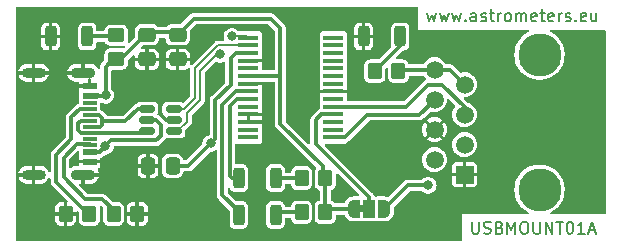
<source format=gbr>
%TF.GenerationSoftware,KiCad,Pcbnew,7.0.5.1-1-g8f565ef7f0-dirty-deb11*%
%TF.CreationDate,2023-06-19T19:43:29+00:00*%
%TF.ProjectId,USBMOUNT01,5553424d-4f55-44e5-9430-312e6b696361,rev?*%
%TF.SameCoordinates,Original*%
%TF.FileFunction,Copper,L1,Top*%
%TF.FilePolarity,Positive*%
%FSLAX46Y46*%
G04 Gerber Fmt 4.6, Leading zero omitted, Abs format (unit mm)*
G04 Created by KiCad (PCBNEW 7.0.5.1-1-g8f565ef7f0-dirty-deb11) date 2023-06-19 19:43:29*
%MOMM*%
%LPD*%
G01*
G04 APERTURE LIST*
G04 Aperture macros list*
%AMRoundRect*
0 Rectangle with rounded corners*
0 $1 Rounding radius*
0 $2 $3 $4 $5 $6 $7 $8 $9 X,Y pos of 4 corners*
0 Add a 4 corners polygon primitive as box body*
4,1,4,$2,$3,$4,$5,$6,$7,$8,$9,$2,$3,0*
0 Add four circle primitives for the rounded corners*
1,1,$1+$1,$2,$3*
1,1,$1+$1,$4,$5*
1,1,$1+$1,$6,$7*
1,1,$1+$1,$8,$9*
0 Add four rect primitives between the rounded corners*
20,1,$1+$1,$2,$3,$4,$5,0*
20,1,$1+$1,$4,$5,$6,$7,0*
20,1,$1+$1,$6,$7,$8,$9,0*
20,1,$1+$1,$8,$9,$2,$3,0*%
%AMFreePoly0*
4,1,19,0.550000,-0.750000,0.000000,-0.750000,0.000000,-0.744911,-0.071157,-0.744911,-0.207708,-0.704816,-0.327430,-0.627875,-0.420627,-0.520320,-0.479746,-0.390866,-0.500000,-0.250000,-0.500000,0.250000,-0.479746,0.390866,-0.420627,0.520320,-0.327430,0.627875,-0.207708,0.704816,-0.071157,0.744911,0.000000,0.744911,0.000000,0.750000,0.550000,0.750000,0.550000,-0.750000,0.550000,-0.750000,
$1*%
%AMFreePoly1*
4,1,19,0.000000,0.744911,0.071157,0.744911,0.207708,0.704816,0.327430,0.627875,0.420627,0.520320,0.479746,0.390866,0.500000,0.250000,0.500000,-0.250000,0.479746,-0.390866,0.420627,-0.520320,0.327430,-0.627875,0.207708,-0.704816,0.071157,-0.744911,0.000000,-0.744911,0.000000,-0.750000,-0.550000,-0.750000,-0.550000,0.750000,0.000000,0.750000,0.000000,0.744911,0.000000,0.744911,
$1*%
G04 Aperture macros list end*
%ADD10C,0.200000*%
%TA.AperFunction,NonConductor*%
%ADD11C,0.200000*%
%TD*%
%TA.AperFunction,SMDPad,CuDef*%
%ADD12RoundRect,0.250000X-0.475000X0.337500X-0.475000X-0.337500X0.475000X-0.337500X0.475000X0.337500X0*%
%TD*%
%TA.AperFunction,SMDPad,CuDef*%
%ADD13RoundRect,0.250000X0.350000X0.450000X-0.350000X0.450000X-0.350000X-0.450000X0.350000X-0.450000X0*%
%TD*%
%TA.AperFunction,SMDPad,CuDef*%
%ADD14R,1.750000X0.450000*%
%TD*%
%TA.AperFunction,SMDPad,CuDef*%
%ADD15RoundRect,0.190000X-0.285000X-0.685000X0.285000X-0.685000X0.285000X0.685000X-0.285000X0.685000X0*%
%TD*%
%TA.AperFunction,SMDPad,CuDef*%
%ADD16RoundRect,0.150000X0.512500X0.150000X-0.512500X0.150000X-0.512500X-0.150000X0.512500X-0.150000X0*%
%TD*%
%TA.AperFunction,SMDPad,CuDef*%
%ADD17RoundRect,0.250000X-0.350000X-0.450000X0.350000X-0.450000X0.350000X0.450000X-0.350000X0.450000X0*%
%TD*%
%TA.AperFunction,SMDPad,CuDef*%
%ADD18R,1.160000X0.600000*%
%TD*%
%TA.AperFunction,SMDPad,CuDef*%
%ADD19R,1.160000X0.300000*%
%TD*%
%TA.AperFunction,ComponentPad*%
%ADD20O,2.100000X0.900000*%
%TD*%
%TA.AperFunction,ComponentPad*%
%ADD21O,2.000000X0.900000*%
%TD*%
%TA.AperFunction,SMDPad,CuDef*%
%ADD22FreePoly0,0.000000*%
%TD*%
%TA.AperFunction,SMDPad,CuDef*%
%ADD23R,1.000000X1.500000*%
%TD*%
%TA.AperFunction,SMDPad,CuDef*%
%ADD24FreePoly1,0.000000*%
%TD*%
%TA.AperFunction,SMDPad,CuDef*%
%ADD25RoundRect,0.250000X0.450000X-0.350000X0.450000X0.350000X-0.450000X0.350000X-0.450000X-0.350000X0*%
%TD*%
%TA.AperFunction,WasherPad*%
%ADD26C,3.650000*%
%TD*%
%TA.AperFunction,ComponentPad*%
%ADD27R,1.500000X1.500000*%
%TD*%
%TA.AperFunction,ComponentPad*%
%ADD28C,1.500000*%
%TD*%
%TA.AperFunction,SMDPad,CuDef*%
%ADD29RoundRect,0.250000X0.337500X0.475000X-0.337500X0.475000X-0.337500X-0.475000X0.337500X-0.475000X0*%
%TD*%
%TA.AperFunction,ViaPad*%
%ADD30C,0.800000*%
%TD*%
%TA.AperFunction,Conductor*%
%ADD31C,0.350000*%
%TD*%
%TA.AperFunction,Conductor*%
%ADD32C,0.300000*%
%TD*%
%TA.AperFunction,Conductor*%
%ADD33C,0.200000*%
%TD*%
G04 APERTURE END LIST*
D10*
D11*
X158535714Y-79535552D02*
X158726190Y-80202219D01*
X158726190Y-80202219D02*
X158916666Y-79726028D01*
X158916666Y-79726028D02*
X159107142Y-80202219D01*
X159107142Y-80202219D02*
X159297618Y-79535552D01*
X159583333Y-79535552D02*
X159773809Y-80202219D01*
X159773809Y-80202219D02*
X159964285Y-79726028D01*
X159964285Y-79726028D02*
X160154761Y-80202219D01*
X160154761Y-80202219D02*
X160345237Y-79535552D01*
X160630952Y-79535552D02*
X160821428Y-80202219D01*
X160821428Y-80202219D02*
X161011904Y-79726028D01*
X161011904Y-79726028D02*
X161202380Y-80202219D01*
X161202380Y-80202219D02*
X161392856Y-79535552D01*
X161773809Y-80106980D02*
X161821428Y-80154600D01*
X161821428Y-80154600D02*
X161773809Y-80202219D01*
X161773809Y-80202219D02*
X161726190Y-80154600D01*
X161726190Y-80154600D02*
X161773809Y-80106980D01*
X161773809Y-80106980D02*
X161773809Y-80202219D01*
X162678570Y-80202219D02*
X162678570Y-79678409D01*
X162678570Y-79678409D02*
X162630951Y-79583171D01*
X162630951Y-79583171D02*
X162535713Y-79535552D01*
X162535713Y-79535552D02*
X162345237Y-79535552D01*
X162345237Y-79535552D02*
X162249999Y-79583171D01*
X162678570Y-80154600D02*
X162583332Y-80202219D01*
X162583332Y-80202219D02*
X162345237Y-80202219D01*
X162345237Y-80202219D02*
X162249999Y-80154600D01*
X162249999Y-80154600D02*
X162202380Y-80059361D01*
X162202380Y-80059361D02*
X162202380Y-79964123D01*
X162202380Y-79964123D02*
X162249999Y-79868885D01*
X162249999Y-79868885D02*
X162345237Y-79821266D01*
X162345237Y-79821266D02*
X162583332Y-79821266D01*
X162583332Y-79821266D02*
X162678570Y-79773647D01*
X163107142Y-80154600D02*
X163202380Y-80202219D01*
X163202380Y-80202219D02*
X163392856Y-80202219D01*
X163392856Y-80202219D02*
X163488094Y-80154600D01*
X163488094Y-80154600D02*
X163535713Y-80059361D01*
X163535713Y-80059361D02*
X163535713Y-80011742D01*
X163535713Y-80011742D02*
X163488094Y-79916504D01*
X163488094Y-79916504D02*
X163392856Y-79868885D01*
X163392856Y-79868885D02*
X163249999Y-79868885D01*
X163249999Y-79868885D02*
X163154761Y-79821266D01*
X163154761Y-79821266D02*
X163107142Y-79726028D01*
X163107142Y-79726028D02*
X163107142Y-79678409D01*
X163107142Y-79678409D02*
X163154761Y-79583171D01*
X163154761Y-79583171D02*
X163249999Y-79535552D01*
X163249999Y-79535552D02*
X163392856Y-79535552D01*
X163392856Y-79535552D02*
X163488094Y-79583171D01*
X163821428Y-79535552D02*
X164202380Y-79535552D01*
X163964285Y-79202219D02*
X163964285Y-80059361D01*
X163964285Y-80059361D02*
X164011904Y-80154600D01*
X164011904Y-80154600D02*
X164107142Y-80202219D01*
X164107142Y-80202219D02*
X164202380Y-80202219D01*
X164535714Y-80202219D02*
X164535714Y-79535552D01*
X164535714Y-79726028D02*
X164583333Y-79630790D01*
X164583333Y-79630790D02*
X164630952Y-79583171D01*
X164630952Y-79583171D02*
X164726190Y-79535552D01*
X164726190Y-79535552D02*
X164821428Y-79535552D01*
X165297619Y-80202219D02*
X165202381Y-80154600D01*
X165202381Y-80154600D02*
X165154762Y-80106980D01*
X165154762Y-80106980D02*
X165107143Y-80011742D01*
X165107143Y-80011742D02*
X165107143Y-79726028D01*
X165107143Y-79726028D02*
X165154762Y-79630790D01*
X165154762Y-79630790D02*
X165202381Y-79583171D01*
X165202381Y-79583171D02*
X165297619Y-79535552D01*
X165297619Y-79535552D02*
X165440476Y-79535552D01*
X165440476Y-79535552D02*
X165535714Y-79583171D01*
X165535714Y-79583171D02*
X165583333Y-79630790D01*
X165583333Y-79630790D02*
X165630952Y-79726028D01*
X165630952Y-79726028D02*
X165630952Y-80011742D01*
X165630952Y-80011742D02*
X165583333Y-80106980D01*
X165583333Y-80106980D02*
X165535714Y-80154600D01*
X165535714Y-80154600D02*
X165440476Y-80202219D01*
X165440476Y-80202219D02*
X165297619Y-80202219D01*
X166059524Y-80202219D02*
X166059524Y-79535552D01*
X166059524Y-79630790D02*
X166107143Y-79583171D01*
X166107143Y-79583171D02*
X166202381Y-79535552D01*
X166202381Y-79535552D02*
X166345238Y-79535552D01*
X166345238Y-79535552D02*
X166440476Y-79583171D01*
X166440476Y-79583171D02*
X166488095Y-79678409D01*
X166488095Y-79678409D02*
X166488095Y-80202219D01*
X166488095Y-79678409D02*
X166535714Y-79583171D01*
X166535714Y-79583171D02*
X166630952Y-79535552D01*
X166630952Y-79535552D02*
X166773809Y-79535552D01*
X166773809Y-79535552D02*
X166869048Y-79583171D01*
X166869048Y-79583171D02*
X166916667Y-79678409D01*
X166916667Y-79678409D02*
X166916667Y-80202219D01*
X167773809Y-80154600D02*
X167678571Y-80202219D01*
X167678571Y-80202219D02*
X167488095Y-80202219D01*
X167488095Y-80202219D02*
X167392857Y-80154600D01*
X167392857Y-80154600D02*
X167345238Y-80059361D01*
X167345238Y-80059361D02*
X167345238Y-79678409D01*
X167345238Y-79678409D02*
X167392857Y-79583171D01*
X167392857Y-79583171D02*
X167488095Y-79535552D01*
X167488095Y-79535552D02*
X167678571Y-79535552D01*
X167678571Y-79535552D02*
X167773809Y-79583171D01*
X167773809Y-79583171D02*
X167821428Y-79678409D01*
X167821428Y-79678409D02*
X167821428Y-79773647D01*
X167821428Y-79773647D02*
X167345238Y-79868885D01*
X168107143Y-79535552D02*
X168488095Y-79535552D01*
X168250000Y-79202219D02*
X168250000Y-80059361D01*
X168250000Y-80059361D02*
X168297619Y-80154600D01*
X168297619Y-80154600D02*
X168392857Y-80202219D01*
X168392857Y-80202219D02*
X168488095Y-80202219D01*
X169202381Y-80154600D02*
X169107143Y-80202219D01*
X169107143Y-80202219D02*
X168916667Y-80202219D01*
X168916667Y-80202219D02*
X168821429Y-80154600D01*
X168821429Y-80154600D02*
X168773810Y-80059361D01*
X168773810Y-80059361D02*
X168773810Y-79678409D01*
X168773810Y-79678409D02*
X168821429Y-79583171D01*
X168821429Y-79583171D02*
X168916667Y-79535552D01*
X168916667Y-79535552D02*
X169107143Y-79535552D01*
X169107143Y-79535552D02*
X169202381Y-79583171D01*
X169202381Y-79583171D02*
X169250000Y-79678409D01*
X169250000Y-79678409D02*
X169250000Y-79773647D01*
X169250000Y-79773647D02*
X168773810Y-79868885D01*
X169678572Y-80202219D02*
X169678572Y-79535552D01*
X169678572Y-79726028D02*
X169726191Y-79630790D01*
X169726191Y-79630790D02*
X169773810Y-79583171D01*
X169773810Y-79583171D02*
X169869048Y-79535552D01*
X169869048Y-79535552D02*
X169964286Y-79535552D01*
X170250001Y-80154600D02*
X170345239Y-80202219D01*
X170345239Y-80202219D02*
X170535715Y-80202219D01*
X170535715Y-80202219D02*
X170630953Y-80154600D01*
X170630953Y-80154600D02*
X170678572Y-80059361D01*
X170678572Y-80059361D02*
X170678572Y-80011742D01*
X170678572Y-80011742D02*
X170630953Y-79916504D01*
X170630953Y-79916504D02*
X170535715Y-79868885D01*
X170535715Y-79868885D02*
X170392858Y-79868885D01*
X170392858Y-79868885D02*
X170297620Y-79821266D01*
X170297620Y-79821266D02*
X170250001Y-79726028D01*
X170250001Y-79726028D02*
X170250001Y-79678409D01*
X170250001Y-79678409D02*
X170297620Y-79583171D01*
X170297620Y-79583171D02*
X170392858Y-79535552D01*
X170392858Y-79535552D02*
X170535715Y-79535552D01*
X170535715Y-79535552D02*
X170630953Y-79583171D01*
X171107144Y-80106980D02*
X171154763Y-80154600D01*
X171154763Y-80154600D02*
X171107144Y-80202219D01*
X171107144Y-80202219D02*
X171059525Y-80154600D01*
X171059525Y-80154600D02*
X171107144Y-80106980D01*
X171107144Y-80106980D02*
X171107144Y-80202219D01*
X171964286Y-80154600D02*
X171869048Y-80202219D01*
X171869048Y-80202219D02*
X171678572Y-80202219D01*
X171678572Y-80202219D02*
X171583334Y-80154600D01*
X171583334Y-80154600D02*
X171535715Y-80059361D01*
X171535715Y-80059361D02*
X171535715Y-79678409D01*
X171535715Y-79678409D02*
X171583334Y-79583171D01*
X171583334Y-79583171D02*
X171678572Y-79535552D01*
X171678572Y-79535552D02*
X171869048Y-79535552D01*
X171869048Y-79535552D02*
X171964286Y-79583171D01*
X171964286Y-79583171D02*
X172011905Y-79678409D01*
X172011905Y-79678409D02*
X172011905Y-79773647D01*
X172011905Y-79773647D02*
X171535715Y-79868885D01*
X172869048Y-79535552D02*
X172869048Y-80202219D01*
X172440477Y-79535552D02*
X172440477Y-80059361D01*
X172440477Y-80059361D02*
X172488096Y-80154600D01*
X172488096Y-80154600D02*
X172583334Y-80202219D01*
X172583334Y-80202219D02*
X172726191Y-80202219D01*
X172726191Y-80202219D02*
X172821429Y-80154600D01*
X172821429Y-80154600D02*
X172869048Y-80106980D01*
D10*
D11*
X162333333Y-97202219D02*
X162333333Y-98011742D01*
X162333333Y-98011742D02*
X162380952Y-98106980D01*
X162380952Y-98106980D02*
X162428571Y-98154600D01*
X162428571Y-98154600D02*
X162523809Y-98202219D01*
X162523809Y-98202219D02*
X162714285Y-98202219D01*
X162714285Y-98202219D02*
X162809523Y-98154600D01*
X162809523Y-98154600D02*
X162857142Y-98106980D01*
X162857142Y-98106980D02*
X162904761Y-98011742D01*
X162904761Y-98011742D02*
X162904761Y-97202219D01*
X163333333Y-98154600D02*
X163476190Y-98202219D01*
X163476190Y-98202219D02*
X163714285Y-98202219D01*
X163714285Y-98202219D02*
X163809523Y-98154600D01*
X163809523Y-98154600D02*
X163857142Y-98106980D01*
X163857142Y-98106980D02*
X163904761Y-98011742D01*
X163904761Y-98011742D02*
X163904761Y-97916504D01*
X163904761Y-97916504D02*
X163857142Y-97821266D01*
X163857142Y-97821266D02*
X163809523Y-97773647D01*
X163809523Y-97773647D02*
X163714285Y-97726028D01*
X163714285Y-97726028D02*
X163523809Y-97678409D01*
X163523809Y-97678409D02*
X163428571Y-97630790D01*
X163428571Y-97630790D02*
X163380952Y-97583171D01*
X163380952Y-97583171D02*
X163333333Y-97487933D01*
X163333333Y-97487933D02*
X163333333Y-97392695D01*
X163333333Y-97392695D02*
X163380952Y-97297457D01*
X163380952Y-97297457D02*
X163428571Y-97249838D01*
X163428571Y-97249838D02*
X163523809Y-97202219D01*
X163523809Y-97202219D02*
X163761904Y-97202219D01*
X163761904Y-97202219D02*
X163904761Y-97249838D01*
X164666666Y-97678409D02*
X164809523Y-97726028D01*
X164809523Y-97726028D02*
X164857142Y-97773647D01*
X164857142Y-97773647D02*
X164904761Y-97868885D01*
X164904761Y-97868885D02*
X164904761Y-98011742D01*
X164904761Y-98011742D02*
X164857142Y-98106980D01*
X164857142Y-98106980D02*
X164809523Y-98154600D01*
X164809523Y-98154600D02*
X164714285Y-98202219D01*
X164714285Y-98202219D02*
X164333333Y-98202219D01*
X164333333Y-98202219D02*
X164333333Y-97202219D01*
X164333333Y-97202219D02*
X164666666Y-97202219D01*
X164666666Y-97202219D02*
X164761904Y-97249838D01*
X164761904Y-97249838D02*
X164809523Y-97297457D01*
X164809523Y-97297457D02*
X164857142Y-97392695D01*
X164857142Y-97392695D02*
X164857142Y-97487933D01*
X164857142Y-97487933D02*
X164809523Y-97583171D01*
X164809523Y-97583171D02*
X164761904Y-97630790D01*
X164761904Y-97630790D02*
X164666666Y-97678409D01*
X164666666Y-97678409D02*
X164333333Y-97678409D01*
X165333333Y-98202219D02*
X165333333Y-97202219D01*
X165333333Y-97202219D02*
X165666666Y-97916504D01*
X165666666Y-97916504D02*
X165999999Y-97202219D01*
X165999999Y-97202219D02*
X165999999Y-98202219D01*
X166666666Y-97202219D02*
X166857142Y-97202219D01*
X166857142Y-97202219D02*
X166952380Y-97249838D01*
X166952380Y-97249838D02*
X167047618Y-97345076D01*
X167047618Y-97345076D02*
X167095237Y-97535552D01*
X167095237Y-97535552D02*
X167095237Y-97868885D01*
X167095237Y-97868885D02*
X167047618Y-98059361D01*
X167047618Y-98059361D02*
X166952380Y-98154600D01*
X166952380Y-98154600D02*
X166857142Y-98202219D01*
X166857142Y-98202219D02*
X166666666Y-98202219D01*
X166666666Y-98202219D02*
X166571428Y-98154600D01*
X166571428Y-98154600D02*
X166476190Y-98059361D01*
X166476190Y-98059361D02*
X166428571Y-97868885D01*
X166428571Y-97868885D02*
X166428571Y-97535552D01*
X166428571Y-97535552D02*
X166476190Y-97345076D01*
X166476190Y-97345076D02*
X166571428Y-97249838D01*
X166571428Y-97249838D02*
X166666666Y-97202219D01*
X167523809Y-97202219D02*
X167523809Y-98011742D01*
X167523809Y-98011742D02*
X167571428Y-98106980D01*
X167571428Y-98106980D02*
X167619047Y-98154600D01*
X167619047Y-98154600D02*
X167714285Y-98202219D01*
X167714285Y-98202219D02*
X167904761Y-98202219D01*
X167904761Y-98202219D02*
X167999999Y-98154600D01*
X167999999Y-98154600D02*
X168047618Y-98106980D01*
X168047618Y-98106980D02*
X168095237Y-98011742D01*
X168095237Y-98011742D02*
X168095237Y-97202219D01*
X168571428Y-98202219D02*
X168571428Y-97202219D01*
X168571428Y-97202219D02*
X169142856Y-98202219D01*
X169142856Y-98202219D02*
X169142856Y-97202219D01*
X169476190Y-97202219D02*
X170047618Y-97202219D01*
X169761904Y-98202219D02*
X169761904Y-97202219D01*
X170571428Y-97202219D02*
X170666666Y-97202219D01*
X170666666Y-97202219D02*
X170761904Y-97249838D01*
X170761904Y-97249838D02*
X170809523Y-97297457D01*
X170809523Y-97297457D02*
X170857142Y-97392695D01*
X170857142Y-97392695D02*
X170904761Y-97583171D01*
X170904761Y-97583171D02*
X170904761Y-97821266D01*
X170904761Y-97821266D02*
X170857142Y-98011742D01*
X170857142Y-98011742D02*
X170809523Y-98106980D01*
X170809523Y-98106980D02*
X170761904Y-98154600D01*
X170761904Y-98154600D02*
X170666666Y-98202219D01*
X170666666Y-98202219D02*
X170571428Y-98202219D01*
X170571428Y-98202219D02*
X170476190Y-98154600D01*
X170476190Y-98154600D02*
X170428571Y-98106980D01*
X170428571Y-98106980D02*
X170380952Y-98011742D01*
X170380952Y-98011742D02*
X170333333Y-97821266D01*
X170333333Y-97821266D02*
X170333333Y-97583171D01*
X170333333Y-97583171D02*
X170380952Y-97392695D01*
X170380952Y-97392695D02*
X170428571Y-97297457D01*
X170428571Y-97297457D02*
X170476190Y-97249838D01*
X170476190Y-97249838D02*
X170571428Y-97202219D01*
X171857142Y-98202219D02*
X171285714Y-98202219D01*
X171571428Y-98202219D02*
X171571428Y-97202219D01*
X171571428Y-97202219D02*
X171476190Y-97345076D01*
X171476190Y-97345076D02*
X171380952Y-97440314D01*
X171380952Y-97440314D02*
X171285714Y-97487933D01*
X172238095Y-97916504D02*
X172714285Y-97916504D01*
X172142857Y-98202219D02*
X172476190Y-97202219D01*
X172476190Y-97202219D02*
X172809523Y-98202219D01*
%TA.AperFunction,EtchedComponent*%
%TO.C,JP1*%
G36*
X153200000Y-96400000D02*
G01*
X152700000Y-96400000D01*
X152700000Y-95800000D01*
X153200000Y-95800000D01*
X153200000Y-96400000D01*
G37*
%TD.AperFunction*%
%TD*%
D12*
%TO.P,C2,1*%
%TO.N,+5V*%
X137414000Y-81364000D03*
%TO.P,C2,2*%
%TO.N,GND*%
X137414000Y-83439000D03*
%TD*%
D13*
%TO.P,R5,1*%
%TO.N,+12V*%
X156100000Y-84450000D03*
%TO.P,R5,2*%
%TO.N,Net-(D4-A)*%
X154100000Y-84450000D03*
%TD*%
D14*
%TO.P,U1,1,TXD*%
%TO.N,TXD*%
X150600000Y-90050000D03*
%TO.P,U1,2,DTR*%
%TO.N,unconnected-(U1-DTR-Pad2)*%
X150600000Y-89400000D03*
%TO.P,U1,3,RTS*%
%TO.N,unconnected-(U1-RTS-Pad3)*%
X150600000Y-88750000D03*
%TO.P,U1,4,VCCIO*%
%TO.N,Net-(JP1-C)*%
X150600000Y-88100000D03*
%TO.P,U1,5,RXD*%
%TO.N,RXD*%
X150600000Y-87450000D03*
%TO.P,U1,6,RI*%
%TO.N,unconnected-(U1-RI-Pad6)*%
X150600000Y-86800000D03*
%TO.P,U1,7,GND*%
%TO.N,GND*%
X150600000Y-86150000D03*
%TO.P,U1,8*%
%TO.N,N/C*%
X150600000Y-85500000D03*
%TO.P,U1,9,DCR*%
%TO.N,unconnected-(U1-DCR-Pad9)*%
X150600000Y-84850000D03*
%TO.P,U1,10,DCD*%
%TO.N,unconnected-(U1-DCD-Pad10)*%
X150600000Y-84200000D03*
%TO.P,U1,11,CTS*%
%TO.N,unconnected-(U1-CTS-Pad11)*%
X150600000Y-83550000D03*
%TO.P,U1,12,CBUS4*%
%TO.N,unconnected-(U1-CBUS4-Pad12)*%
X150600000Y-82900000D03*
%TO.P,U1,13,CBUS2*%
%TO.N,unconnected-(U1-CBUS2-Pad13)*%
X150600000Y-82250000D03*
%TO.P,U1,14,CBUS3*%
%TO.N,unconnected-(U1-CBUS3-Pad14)*%
X150600000Y-81600000D03*
%TO.P,U1,15,USBD+*%
%TO.N,/Di+*%
X143400000Y-81600000D03*
%TO.P,U1,16,USBD-*%
%TO.N,/Di-*%
X143400000Y-82250000D03*
%TO.P,U1,17,3V3OUT*%
%TO.N,+3V3*%
X143400000Y-82900000D03*
%TO.P,U1,18,GND*%
%TO.N,GND*%
X143400000Y-83550000D03*
%TO.P,U1,19,~{RESET}*%
%TO.N,unconnected-(U1-~{RESET}-Pad19)*%
X143400000Y-84200000D03*
%TO.P,U1,20,VCC*%
%TO.N,+5V*%
X143400000Y-84850000D03*
%TO.P,U1,21,GND*%
%TO.N,GND*%
X143400000Y-85500000D03*
%TO.P,U1,22,CBUS1*%
%TO.N,/LED_RX*%
X143400000Y-86150000D03*
%TO.P,U1,23,CBUS0*%
%TO.N,/LED_TX*%
X143400000Y-86800000D03*
%TO.P,U1,24*%
%TO.N,N/C*%
X143400000Y-87450000D03*
%TO.P,U1,25,AGND*%
%TO.N,GND*%
X143400000Y-88100000D03*
%TO.P,U1,26,TEST*%
X143400000Y-88750000D03*
%TO.P,U1,27,OSCI*%
%TO.N,unconnected-(U1-OSCI-Pad27)*%
X143400000Y-89400000D03*
%TO.P,U1,28,OSCO*%
%TO.N,unconnected-(U1-OSCO-Pad28)*%
X143400000Y-90050000D03*
%TD*%
D15*
%TO.P,D1,1,K*%
%TO.N,GND*%
X126650000Y-81500000D03*
%TO.P,D1,2,A*%
%TO.N,Net-(D1-A)*%
X129750000Y-81500000D03*
%TD*%
D16*
%TO.P,U2,1,I/O1*%
%TO.N,/Di+*%
X137075000Y-89535000D03*
%TO.P,U2,2,GND*%
%TO.N,GND*%
X137075000Y-88585000D03*
%TO.P,U2,3,I/O2*%
%TO.N,/Di-*%
X137075000Y-87635000D03*
%TO.P,U2,4,I/O2*%
%TO.N,/D-*%
X134800000Y-87635000D03*
%TO.P,U2,5,VBUS*%
%TO.N,+5V*%
X134800000Y-88585000D03*
%TO.P,U2,6,I/O1*%
%TO.N,/D+*%
X134800000Y-89535000D03*
%TD*%
D15*
%TO.P,D2,1,K*%
%TO.N,/LED_RX*%
X142600000Y-96600000D03*
%TO.P,D2,2,A*%
%TO.N,Net-(D2-A)*%
X145700000Y-96600000D03*
%TD*%
D13*
%TO.P,R4,1*%
%TO.N,+5V*%
X149900000Y-93500000D03*
%TO.P,R4,2*%
%TO.N,Net-(D3-A)*%
X147900000Y-93500000D03*
%TD*%
D12*
%TO.P,C1,1*%
%TO.N,+5V*%
X134795500Y-81364000D03*
%TO.P,C1,2*%
%TO.N,GND*%
X134795500Y-83439000D03*
%TD*%
D17*
%TO.P,R7,1*%
%TO.N,Net-(P1-CC2)*%
X131985000Y-96520000D03*
%TO.P,R7,2*%
%TO.N,GND*%
X133985000Y-96520000D03*
%TD*%
D18*
%TO.P,P1,A1,GND*%
%TO.N,GND*%
X129965000Y-85700000D03*
%TO.P,P1,A4,VBUS*%
%TO.N,+5V*%
X129965000Y-86500000D03*
D19*
%TO.P,P1,A5,CC1*%
%TO.N,Net-(P1-CC1)*%
X129965000Y-87650000D03*
%TO.P,P1,A6,D+*%
%TO.N,/D+*%
X129965000Y-88650000D03*
%TO.P,P1,A7,D-*%
%TO.N,/D-*%
X129965000Y-89150000D03*
%TO.P,P1,A8,SBU1*%
%TO.N,unconnected-(P1-SBU1-PadA8)*%
X129965000Y-90150000D03*
D18*
%TO.P,P1,A9,VBUS*%
%TO.N,+5V*%
X129965000Y-91300000D03*
%TO.P,P1,A12,GND*%
%TO.N,GND*%
X129965000Y-92100000D03*
%TO.P,P1,B1,GND*%
X129965000Y-92100000D03*
%TO.P,P1,B4,VBUS*%
%TO.N,+5V*%
X129965000Y-91300000D03*
D19*
%TO.P,P1,B5,CC2*%
%TO.N,Net-(P1-CC2)*%
X129965000Y-90650000D03*
%TO.P,P1,B6,D+*%
%TO.N,/D+*%
X129965000Y-89650000D03*
%TO.P,P1,B7,D-*%
%TO.N,/D-*%
X129965000Y-88150000D03*
%TO.P,P1,B8,SBU2*%
%TO.N,unconnected-(P1-SBU2-PadB8)*%
X129965000Y-87150000D03*
D18*
%TO.P,P1,B9,VBUS*%
%TO.N,+5V*%
X129965000Y-86500000D03*
%TO.P,P1,B12,GND*%
%TO.N,GND*%
X129965000Y-85700000D03*
D20*
%TO.P,P1,S1,SHIELD*%
X129385000Y-84580000D03*
D21*
X125215000Y-84580000D03*
D20*
X129385000Y-93220000D03*
D21*
X125215000Y-93220000D03*
%TD*%
D13*
%TO.P,R6,1*%
%TO.N,Net-(P1-CC1)*%
X129921000Y-96520000D03*
%TO.P,R6,2*%
%TO.N,GND*%
X127921000Y-96520000D03*
%TD*%
D22*
%TO.P,JP1,1,A*%
%TO.N,+5V*%
X152300000Y-96100000D03*
D23*
%TO.P,JP1,2,C*%
%TO.N,Net-(JP1-C)*%
X153600000Y-96100000D03*
D24*
%TO.P,JP1,3,B*%
%TO.N,+3V3*%
X154900000Y-96100000D03*
%TD*%
D25*
%TO.P,R1,1*%
%TO.N,+5V*%
X132207000Y-83401500D03*
%TO.P,R1,2*%
%TO.N,Net-(D1-A)*%
X132207000Y-81401500D03*
%TD*%
D13*
%TO.P,R3,1*%
%TO.N,+5V*%
X149900000Y-96400000D03*
%TO.P,R3,2*%
%TO.N,Net-(D2-A)*%
X147900000Y-96400000D03*
%TD*%
D15*
%TO.P,D4,1,K*%
%TO.N,GND*%
X153150000Y-81500000D03*
%TO.P,D4,2,A*%
%TO.N,Net-(D4-A)*%
X156250000Y-81500000D03*
%TD*%
D26*
%TO.P,J1,*%
%TO.N,*%
X168050000Y-94470000D03*
X168050000Y-83040000D03*
D27*
%TO.P,J1,1*%
%TO.N,GND*%
X161700000Y-93200000D03*
D28*
%TO.P,J1,2*%
%TO.N,unconnected-(J1-Pad2)*%
X159160000Y-91930000D03*
%TO.P,J1,3*%
%TO.N,unconnected-(J1-Pad3)*%
X161700000Y-90660000D03*
%TO.P,J1,4*%
%TO.N,GND*%
X159160000Y-89390000D03*
%TO.P,J1,5*%
%TO.N,RXD*%
X161700000Y-88120000D03*
%TO.P,J1,6*%
%TO.N,TXD*%
X159160000Y-86850000D03*
%TO.P,J1,7*%
%TO.N,+12V*%
X161700000Y-85580000D03*
%TO.P,J1,8*%
X159160000Y-84310000D03*
%TD*%
D15*
%TO.P,D3,1,K*%
%TO.N,/LED_TX*%
X142600000Y-93500000D03*
%TO.P,D3,2,A*%
%TO.N,Net-(D3-A)*%
X145700000Y-93500000D03*
%TD*%
D29*
%TO.P,C3,1*%
%TO.N,+3V3*%
X136975000Y-92456000D03*
%TO.P,C3,2*%
%TO.N,GND*%
X134900000Y-92456000D03*
%TD*%
D30*
%TO.N,GND*%
X145000000Y-81300000D03*
X139446000Y-89408000D03*
X142900000Y-91800000D03*
X147100000Y-81300000D03*
X132200000Y-87800000D03*
%TO.N,+5V*%
X131318000Y-86487000D03*
X131300000Y-90800000D03*
%TO.N,+3V3*%
X158623000Y-94107000D03*
X140208000Y-90551000D03*
%TO.N,/Di+*%
X141017844Y-83017844D03*
X142000000Y-81500000D03*
%TD*%
D31*
%TO.N,GND*%
X136412500Y-88585000D02*
X135890000Y-88062500D01*
X137075000Y-88585000D02*
X136412500Y-88585000D01*
D32*
%TO.N,Net-(D1-A)*%
X129938000Y-81500000D02*
X131992500Y-81500000D01*
%TO.N,/D+*%
X129965000Y-89650000D02*
X134710000Y-89650000D01*
X129965000Y-89640000D02*
X129975000Y-89650000D01*
X129185000Y-89640000D02*
X129965000Y-89640000D01*
X129185000Y-88640000D02*
X129000000Y-88825000D01*
X129965000Y-88640000D02*
X129185000Y-88640000D01*
X134710000Y-89650000D02*
X134825000Y-89535000D01*
X129000000Y-89455000D02*
X129185000Y-89640000D01*
X129000000Y-88825000D02*
X129000000Y-89455000D01*
%TO.N,/D-*%
X131000000Y-88700000D02*
X131000000Y-88400000D01*
X134034000Y-87635000D02*
X132969000Y-88700000D01*
X134800000Y-87635000D02*
X134034000Y-87635000D01*
X129965000Y-89140000D02*
X130860000Y-89140000D01*
X131000000Y-89000000D02*
X131000000Y-88700000D01*
X130860000Y-89140000D02*
X131000000Y-89000000D01*
X131000000Y-88400000D02*
X130740000Y-88140000D01*
X132969000Y-88700000D02*
X131000000Y-88700000D01*
X130740000Y-88140000D02*
X129965000Y-88140000D01*
%TO.N,Net-(D2-A)*%
X147700000Y-96400000D02*
X145750000Y-96400000D01*
%TO.N,Net-(D3-A)*%
X145700000Y-93500000D02*
X147700000Y-93500000D01*
%TO.N,Net-(D4-A)*%
X154100000Y-84450000D02*
X156250000Y-82300000D01*
X156250000Y-82300000D02*
X156250000Y-81500000D01*
%TO.N,Net-(JP1-C)*%
X153600000Y-95100000D02*
X153600000Y-96100000D01*
X149100000Y-90600000D02*
X153600000Y-95100000D01*
X150600000Y-88100000D02*
X149565880Y-88100000D01*
X149565880Y-88100000D02*
X149100000Y-88565880D01*
X149100000Y-88565880D02*
X149100000Y-90600000D01*
%TO.N,Net-(P1-CC1)*%
X129965000Y-87640000D02*
X129110000Y-87640000D01*
X128400000Y-90200000D02*
X127100000Y-91500000D01*
X129110000Y-87640000D02*
X128400000Y-88350000D01*
X127100000Y-91500000D02*
X127100000Y-93800000D01*
X129820000Y-96520000D02*
X129921000Y-96520000D01*
X128400000Y-88350000D02*
X128400000Y-90200000D01*
X127100000Y-93800000D02*
X129820000Y-96520000D01*
D31*
%TO.N,+12V*%
X160457500Y-84337500D02*
X156237500Y-84337500D01*
X161663000Y-85543000D02*
X160457500Y-84337500D01*
D32*
%TO.N,RXD*%
X158397011Y-85802989D02*
X158600000Y-85600000D01*
X159800000Y-85600000D02*
X161700000Y-87500000D01*
X156750000Y-87450000D02*
X158397011Y-85802989D01*
X158600000Y-85600000D02*
X159800000Y-85600000D01*
X150600000Y-87450000D02*
X156750000Y-87450000D01*
X161700000Y-87500000D02*
X161700000Y-88120000D01*
%TO.N,TXD*%
X157860000Y-88150000D02*
X153450000Y-88150000D01*
X159160000Y-86850000D02*
X157860000Y-88150000D01*
X151550000Y-90050000D02*
X150600000Y-90050000D01*
X153450000Y-88150000D02*
X151550000Y-90050000D01*
D31*
%TO.N,+5V*%
X145288000Y-80010000D02*
X146100000Y-80822000D01*
X149900000Y-96400000D02*
X149900000Y-93500000D01*
X138768000Y-80010000D02*
X145288000Y-80010000D01*
X149700000Y-92500000D02*
X146100000Y-88900000D01*
X146100000Y-88900000D02*
X146100000Y-84800000D01*
X131318000Y-84058000D02*
X131953000Y-83423000D01*
X135600000Y-90300000D02*
X136000000Y-89900000D01*
X129965000Y-86490000D02*
X130679000Y-86490000D01*
X130669000Y-86500000D02*
X131499000Y-86500000D01*
X152300000Y-96100000D02*
X150000000Y-96100000D01*
X146100000Y-80822000D02*
X146100000Y-84800000D01*
X135572500Y-88585000D02*
X134800000Y-88585000D01*
X132604000Y-83423000D02*
X134747000Y-81280000D01*
X131300000Y-90800000D02*
X131800000Y-90300000D01*
X130682000Y-86487000D02*
X130669000Y-86500000D01*
X136000000Y-89012500D02*
X135572500Y-88585000D01*
X137160000Y-81153000D02*
X134874000Y-81153000D01*
X131318000Y-86487000D02*
X131318000Y-84058000D01*
X137414000Y-81364000D02*
X138768000Y-80010000D01*
X150000000Y-96100000D02*
X149700000Y-96400000D01*
X131800000Y-90300000D02*
X135600000Y-90300000D01*
X146100000Y-88900000D02*
X146100000Y-85000000D01*
X136000000Y-89900000D02*
X136000000Y-89012500D01*
X134874000Y-81153000D02*
X134747000Y-81280000D01*
X129975000Y-91300000D02*
X129965000Y-91290000D01*
X130800000Y-91300000D02*
X131300000Y-90800000D01*
X130555000Y-86614000D02*
X130669000Y-86500000D01*
X130679000Y-86490000D02*
X130682000Y-86487000D01*
X130800000Y-91300000D02*
X129975000Y-91300000D01*
X143400000Y-84850000D02*
X146050000Y-84850000D01*
X146050000Y-84850000D02*
X146100000Y-84800000D01*
X149700000Y-93500000D02*
X149700000Y-92500000D01*
X131953000Y-83423000D02*
X132604000Y-83423000D01*
%TO.N,+3V3*%
X142365880Y-82900000D02*
X143400000Y-82900000D01*
X158623000Y-94107000D02*
X156893000Y-94107000D01*
X154900000Y-96100000D02*
X156869000Y-94131000D01*
X141900000Y-83365880D02*
X142365880Y-82900000D01*
X140600000Y-90159000D02*
X140600000Y-86900000D01*
X138303000Y-92456000D02*
X136975000Y-92456000D01*
X141900000Y-85600000D02*
X141900000Y-83365880D01*
X140208000Y-90551000D02*
X140600000Y-90159000D01*
X140208000Y-90551000D02*
X138303000Y-92456000D01*
X140600000Y-86900000D02*
X141900000Y-85600000D01*
X156893000Y-94107000D02*
X156869000Y-94131000D01*
D32*
%TO.N,Net-(P1-CC2)*%
X128860000Y-90640000D02*
X127750000Y-91750000D01*
X129965000Y-90640000D02*
X128860000Y-90640000D01*
X127750000Y-91750000D02*
X127750000Y-93414282D01*
X127750000Y-93414282D02*
X129585718Y-95250000D01*
X131985000Y-96235000D02*
X131985000Y-96520000D01*
X129585718Y-95250000D02*
X131000000Y-95250000D01*
X131000000Y-95250000D02*
X131985000Y-96235000D01*
%TO.N,/LED_RX*%
X142350000Y-86150000D02*
X141200000Y-87300000D01*
X141200000Y-87300000D02*
X141200000Y-94950000D01*
X143400000Y-86150000D02*
X142350000Y-86150000D01*
X141200000Y-94950000D02*
X142650000Y-96400000D01*
%TO.N,/LED_TX*%
X141800000Y-87406428D02*
X142406428Y-86800000D01*
X142600000Y-93500000D02*
X142000000Y-93500000D01*
X142000000Y-93500000D02*
X141800000Y-93300000D01*
X142406428Y-86800000D02*
X143400000Y-86800000D01*
X141800000Y-93300000D02*
X141800000Y-87406428D01*
D33*
%TO.N,/Di+*%
X143300000Y-81500000D02*
X143400000Y-81600000D01*
X139325000Y-84393200D02*
X140959100Y-82759100D01*
X139325000Y-86875000D02*
X139325000Y-84393200D01*
X140959100Y-82759100D02*
X141017844Y-82817844D01*
X142000000Y-81500000D02*
X143300000Y-81500000D01*
X138200000Y-88723541D02*
X138200000Y-88000000D01*
X137075000Y-89535000D02*
X137388541Y-89535000D01*
X137388541Y-89535000D02*
X138200000Y-88723541D01*
X138200000Y-88000000D02*
X139325000Y-86875000D01*
X141017844Y-82817844D02*
X141017844Y-83017844D01*
D32*
X143350000Y-81650000D02*
X143400000Y-81600000D01*
D33*
%TO.N,/Di-*%
X138875000Y-84206800D02*
X140831800Y-82250000D01*
X137965000Y-87635000D02*
X138875000Y-86725000D01*
X137075000Y-87635000D02*
X137965000Y-87635000D01*
X140831800Y-82250000D02*
X143400000Y-82250000D01*
X138875000Y-86725000D02*
X138875000Y-84206800D01*
%TD*%
%TA.AperFunction,Conductor*%
%TO.N,GND*%
G36*
X145108224Y-80504407D02*
G01*
X145120036Y-80514496D01*
X145595503Y-80989962D01*
X145623281Y-81044479D01*
X145624500Y-81059966D01*
X145624500Y-84275500D01*
X145605593Y-84333691D01*
X145556093Y-84369655D01*
X145525500Y-84374500D01*
X144674500Y-84374500D01*
X144616309Y-84355593D01*
X144580345Y-84306093D01*
X144575500Y-84275500D01*
X144575499Y-83930139D01*
X144575499Y-83930136D01*
X144572585Y-83905009D01*
X144572584Y-83905007D01*
X144572584Y-83905004D01*
X144571228Y-83900018D01*
X144571229Y-83848038D01*
X144572090Y-83844871D01*
X144574999Y-83819797D01*
X144575000Y-83819795D01*
X144575000Y-83700000D01*
X144417025Y-83700000D01*
X144377038Y-83691565D01*
X144344991Y-83677415D01*
X144344988Y-83677414D01*
X144319869Y-83674500D01*
X143349000Y-83674500D01*
X143290809Y-83655593D01*
X143254845Y-83606093D01*
X143250000Y-83575500D01*
X143250000Y-83524499D01*
X143268907Y-83466308D01*
X143318407Y-83430344D01*
X143349000Y-83425499D01*
X144319861Y-83425499D01*
X144319864Y-83425499D01*
X144344991Y-83422585D01*
X144377038Y-83408434D01*
X144417025Y-83400000D01*
X144574998Y-83400000D01*
X144574999Y-83399999D01*
X144574999Y-83280209D01*
X144574998Y-83280208D01*
X144572089Y-83255122D01*
X144571228Y-83251955D01*
X144571228Y-83199977D01*
X144572582Y-83194997D01*
X144572585Y-83194991D01*
X144575500Y-83169865D01*
X144575499Y-82630136D01*
X144572585Y-82605009D01*
X144571491Y-82600988D01*
X144571492Y-82549007D01*
X144572582Y-82544995D01*
X144572585Y-82544991D01*
X144575500Y-82519865D01*
X144575499Y-81980136D01*
X144572585Y-81955009D01*
X144571492Y-81950992D01*
X144571491Y-81899010D01*
X144572581Y-81894999D01*
X144572585Y-81894991D01*
X144575500Y-81869865D01*
X144575499Y-81330136D01*
X144572585Y-81305009D01*
X144527206Y-81202235D01*
X144447765Y-81122794D01*
X144344991Y-81077415D01*
X144344990Y-81077414D01*
X144344988Y-81077414D01*
X144319869Y-81074500D01*
X144319865Y-81074500D01*
X142609428Y-81074500D01*
X142551237Y-81055593D01*
X142532419Y-81036314D01*
X142532152Y-81036552D01*
X142528181Y-81032069D01*
X142400853Y-80919267D01*
X142400852Y-80919266D01*
X142250225Y-80840210D01*
X142250224Y-80840209D01*
X142250223Y-80840209D01*
X142085058Y-80799500D01*
X142085056Y-80799500D01*
X141914944Y-80799500D01*
X141914941Y-80799500D01*
X141749776Y-80840209D01*
X141599146Y-80919267D01*
X141471818Y-81032069D01*
X141471816Y-81032072D01*
X141455581Y-81055593D01*
X141375182Y-81172070D01*
X141314860Y-81331128D01*
X141294355Y-81500000D01*
X141314860Y-81668872D01*
X141332504Y-81715395D01*
X141335460Y-81776508D01*
X141301929Y-81827688D01*
X141244720Y-81849384D01*
X141239937Y-81849500D01*
X140895233Y-81849500D01*
X140768367Y-81849500D01*
X140768365Y-81849500D01*
X140768362Y-81849501D01*
X140745424Y-81856953D01*
X140730329Y-81860577D01*
X140706501Y-81864352D01*
X140706491Y-81864355D01*
X140685002Y-81875305D01*
X140670653Y-81881248D01*
X140665966Y-81882771D01*
X140647710Y-81888703D01*
X140634044Y-81898632D01*
X140628191Y-81902885D01*
X140614948Y-81911000D01*
X140593457Y-81921949D01*
X140570890Y-81944516D01*
X140570891Y-81944517D01*
X138606378Y-83909028D01*
X138551861Y-83936805D01*
X138491429Y-83927234D01*
X138448164Y-83883969D01*
X138438081Y-83827217D01*
X138438999Y-83819574D01*
X138439000Y-83819558D01*
X138439000Y-83589001D01*
X138438999Y-83589000D01*
X137564001Y-83589000D01*
X137564000Y-83589001D01*
X137564000Y-84326498D01*
X137564001Y-84326500D01*
X137932058Y-84326500D01*
X137932064Y-84326499D01*
X138020443Y-84315886D01*
X138161095Y-84260419D01*
X138281564Y-84169064D01*
X138281567Y-84169061D01*
X138296616Y-84149217D01*
X138346842Y-84114275D01*
X138408015Y-84115528D01*
X138456768Y-84152498D01*
X138474500Y-84209036D01*
X138474500Y-86518098D01*
X138455593Y-86576289D01*
X138445504Y-86588102D01*
X137947514Y-87086091D01*
X137892997Y-87113868D01*
X137832565Y-87104297D01*
X137818723Y-87095743D01*
X137813022Y-87091535D01*
X137800382Y-87082207D01*
X137800380Y-87082206D01*
X137800378Y-87082205D01*
X137672203Y-87037355D01*
X137672194Y-87037353D01*
X137641774Y-87034500D01*
X137641766Y-87034500D01*
X136508234Y-87034500D01*
X136508225Y-87034500D01*
X136477805Y-87037353D01*
X136477796Y-87037355D01*
X136349616Y-87082207D01*
X136240355Y-87162845D01*
X136240345Y-87162855D01*
X136159707Y-87272116D01*
X136114855Y-87400296D01*
X136114853Y-87400305D01*
X136112000Y-87430725D01*
X136112000Y-87839274D01*
X136114853Y-87869694D01*
X136114855Y-87869703D01*
X136159707Y-87997883D01*
X136199376Y-88051633D01*
X136218718Y-88109681D01*
X136200246Y-88168011D01*
X136199376Y-88169209D01*
X136160154Y-88222351D01*
X136140171Y-88279460D01*
X136103105Y-88328140D01*
X136044504Y-88345736D01*
X135986753Y-88325527D01*
X135976723Y-88316765D01*
X135952404Y-88292446D01*
X135939126Y-88275968D01*
X135935555Y-88270411D01*
X135918923Y-88255999D01*
X135898055Y-88237916D01*
X135895469Y-88235509D01*
X135884681Y-88224722D01*
X135879046Y-88220504D01*
X135872457Y-88215571D01*
X135869724Y-88213368D01*
X135832218Y-88180870D01*
X135826204Y-88178123D01*
X135808018Y-88167332D01*
X135806094Y-88165892D01*
X135802726Y-88163371D01*
X135802723Y-88163370D01*
X135802722Y-88163369D01*
X135761429Y-88147968D01*
X135713515Y-88109917D01*
X135697117Y-88050970D01*
X135713270Y-88005208D01*
X135711825Y-88004445D01*
X135715292Y-87997883D01*
X135715291Y-87997883D01*
X135715293Y-87997882D01*
X135760146Y-87869699D01*
X135762999Y-87839273D01*
X135763000Y-87839273D01*
X135763000Y-87430726D01*
X135762999Y-87430725D01*
X135760146Y-87400305D01*
X135760146Y-87400301D01*
X135715293Y-87272118D01*
X135713300Y-87269418D01*
X135634654Y-87162855D01*
X135634652Y-87162853D01*
X135634650Y-87162850D01*
X135634646Y-87162847D01*
X135634644Y-87162845D01*
X135525383Y-87082207D01*
X135397203Y-87037355D01*
X135397194Y-87037353D01*
X135366774Y-87034500D01*
X135366766Y-87034500D01*
X134233234Y-87034500D01*
X134233225Y-87034500D01*
X134202805Y-87037353D01*
X134202796Y-87037355D01*
X134074616Y-87082207D01*
X133965355Y-87162845D01*
X133960106Y-87168095D01*
X133958489Y-87166478D01*
X133917565Y-87195732D01*
X133902463Y-87199237D01*
X133899713Y-87199651D01*
X133892621Y-87201839D01*
X133892492Y-87201420D01*
X133890381Y-87202115D01*
X133890526Y-87202529D01*
X133883523Y-87204978D01*
X133831765Y-87232335D01*
X133830113Y-87233169D01*
X133777360Y-87258573D01*
X133771229Y-87262754D01*
X133770982Y-87262392D01*
X133769169Y-87263678D01*
X133769430Y-87264031D01*
X133763458Y-87268438D01*
X133722078Y-87309817D01*
X133720746Y-87311100D01*
X133677803Y-87350947D01*
X133673181Y-87356743D01*
X133672837Y-87356468D01*
X133664294Y-87367601D01*
X133229942Y-87801955D01*
X132811393Y-88220504D01*
X132756876Y-88248281D01*
X132741389Y-88249500D01*
X131489746Y-88249500D01*
X131431555Y-88230593D01*
X131400550Y-88193455D01*
X131397972Y-88188101D01*
X131376425Y-88143358D01*
X131376421Y-88143353D01*
X131372246Y-88137229D01*
X131372610Y-88136980D01*
X131371324Y-88135169D01*
X131370970Y-88135431D01*
X131366567Y-88129466D01*
X131366566Y-88129463D01*
X131346784Y-88109681D01*
X131325156Y-88088052D01*
X131323872Y-88086719D01*
X131284056Y-88043806D01*
X131278258Y-88039183D01*
X131278532Y-88038839D01*
X131267397Y-88030294D01*
X131078402Y-87841298D01*
X131074700Y-87837155D01*
X131062193Y-87821472D01*
X131049879Y-87806030D01*
X131037035Y-87797273D01*
X131001494Y-87773041D01*
X130999985Y-87771970D01*
X130952881Y-87737206D01*
X130946322Y-87733740D01*
X130946526Y-87733352D01*
X130944544Y-87732352D01*
X130944355Y-87732746D01*
X130937671Y-87729527D01*
X130915316Y-87722631D01*
X130865284Y-87687411D01*
X130845510Y-87629509D01*
X130845499Y-87628030D01*
X130845499Y-87455139D01*
X130845499Y-87455136D01*
X130842585Y-87430009D01*
X130841492Y-87425992D01*
X130841491Y-87374010D01*
X130842581Y-87369999D01*
X130842585Y-87369991D01*
X130845500Y-87344865D01*
X130845499Y-87193895D01*
X130864406Y-87135706D01*
X130913906Y-87099742D01*
X130975091Y-87099741D01*
X130990505Y-87106235D01*
X131067775Y-87146790D01*
X131232944Y-87187500D01*
X131232947Y-87187500D01*
X131403053Y-87187500D01*
X131403056Y-87187500D01*
X131568225Y-87146790D01*
X131718852Y-87067734D01*
X131846183Y-86954929D01*
X131942818Y-86814930D01*
X132003140Y-86655872D01*
X132023645Y-86487000D01*
X132003140Y-86318128D01*
X131942818Y-86159070D01*
X131846183Y-86019071D01*
X131846180Y-86019068D01*
X131826850Y-86001943D01*
X131795832Y-85949202D01*
X131793500Y-85927841D01*
X131793500Y-84401000D01*
X131812407Y-84342809D01*
X131861907Y-84306845D01*
X131892500Y-84302000D01*
X132700100Y-84302000D01*
X132700102Y-84302000D01*
X132788564Y-84291377D01*
X132929342Y-84235861D01*
X133049922Y-84144422D01*
X133141361Y-84023842D01*
X133196877Y-83883064D01*
X133207500Y-83794602D01*
X133207500Y-83589000D01*
X133770500Y-83589000D01*
X133770500Y-83819564D01*
X133781113Y-83907943D01*
X133836580Y-84048595D01*
X133927935Y-84169064D01*
X134048404Y-84260419D01*
X134189056Y-84315886D01*
X134277435Y-84326499D01*
X134277442Y-84326500D01*
X134645499Y-84326500D01*
X134645500Y-84326499D01*
X134645500Y-83589001D01*
X134645499Y-83589000D01*
X134945500Y-83589000D01*
X134945500Y-84326499D01*
X134945501Y-84326500D01*
X135313558Y-84326500D01*
X135313564Y-84326499D01*
X135401943Y-84315886D01*
X135542595Y-84260419D01*
X135663064Y-84169064D01*
X135754419Y-84048595D01*
X135809886Y-83907943D01*
X135820499Y-83819564D01*
X136389000Y-83819564D01*
X136399613Y-83907943D01*
X136455080Y-84048595D01*
X136546435Y-84169064D01*
X136666904Y-84260419D01*
X136807556Y-84315886D01*
X136895935Y-84326499D01*
X136895942Y-84326500D01*
X137263999Y-84326500D01*
X137264000Y-84326498D01*
X137264000Y-83589001D01*
X137263999Y-83589000D01*
X136389001Y-83589000D01*
X136389000Y-83589001D01*
X136389000Y-83819564D01*
X135820499Y-83819564D01*
X135820500Y-83819558D01*
X135820500Y-83589001D01*
X135820499Y-83589000D01*
X134945500Y-83589000D01*
X134645499Y-83589000D01*
X133770500Y-83589000D01*
X133207500Y-83589000D01*
X133207500Y-83532965D01*
X133226407Y-83474775D01*
X133236490Y-83462968D01*
X133601498Y-83097960D01*
X133656013Y-83070185D01*
X133716445Y-83079756D01*
X133759710Y-83123021D01*
X133770500Y-83167966D01*
X133770500Y-83288999D01*
X133770501Y-83289000D01*
X134645499Y-83289000D01*
X134645500Y-83288999D01*
X134945500Y-83288999D01*
X134945501Y-83289000D01*
X135820499Y-83289000D01*
X135820500Y-83288999D01*
X135820500Y-83288998D01*
X136389000Y-83288998D01*
X136389001Y-83289000D01*
X137263999Y-83289000D01*
X137264000Y-83288998D01*
X137564000Y-83288998D01*
X137564001Y-83289000D01*
X138438999Y-83289000D01*
X138439000Y-83288999D01*
X138439000Y-83058441D01*
X138438999Y-83058435D01*
X138428386Y-82970056D01*
X138372919Y-82829404D01*
X138281564Y-82708935D01*
X138161095Y-82617580D01*
X138020443Y-82562113D01*
X137932064Y-82551500D01*
X137564001Y-82551500D01*
X137564000Y-82551501D01*
X137564000Y-83288998D01*
X137264000Y-83288998D01*
X137264000Y-82551501D01*
X137263999Y-82551500D01*
X136895935Y-82551500D01*
X136807556Y-82562113D01*
X136666904Y-82617580D01*
X136546435Y-82708935D01*
X136455080Y-82829404D01*
X136399613Y-82970056D01*
X136389000Y-83058435D01*
X136389000Y-83288998D01*
X135820500Y-83288998D01*
X135820500Y-83058441D01*
X135820499Y-83058435D01*
X135809886Y-82970056D01*
X135754419Y-82829404D01*
X135663064Y-82708935D01*
X135542595Y-82617580D01*
X135401943Y-82562113D01*
X135313564Y-82551500D01*
X134945501Y-82551500D01*
X134945500Y-82551501D01*
X134945500Y-83288999D01*
X134645500Y-83288999D01*
X134645500Y-82551500D01*
X134386966Y-82551500D01*
X134328775Y-82532593D01*
X134292811Y-82483093D01*
X134292811Y-82421907D01*
X134316960Y-82382498D01*
X134418464Y-82280994D01*
X134472979Y-82253219D01*
X134488466Y-82252000D01*
X135313600Y-82252000D01*
X135313602Y-82252000D01*
X135402064Y-82241377D01*
X135542842Y-82185861D01*
X135663422Y-82094422D01*
X135754861Y-81973842D01*
X135810377Y-81833064D01*
X135821000Y-81744602D01*
X135821000Y-81727499D01*
X135839907Y-81669309D01*
X135889407Y-81633345D01*
X135920000Y-81628500D01*
X136289500Y-81628500D01*
X136347691Y-81647407D01*
X136383655Y-81696907D01*
X136388500Y-81727500D01*
X136388500Y-81744606D01*
X136399123Y-81833065D01*
X136454637Y-81973839D01*
X136454638Y-81973841D01*
X136454639Y-81973842D01*
X136546078Y-82094422D01*
X136666658Y-82185861D01*
X136666659Y-82185861D01*
X136666660Y-82185862D01*
X136680242Y-82191218D01*
X136807436Y-82241377D01*
X136895898Y-82252000D01*
X136895900Y-82252000D01*
X137932100Y-82252000D01*
X137932102Y-82252000D01*
X138020564Y-82241377D01*
X138161342Y-82185861D01*
X138281922Y-82094422D01*
X138373361Y-81973842D01*
X138428877Y-81833064D01*
X138439500Y-81744602D01*
X138439500Y-81051967D01*
X138458407Y-80993776D01*
X138468496Y-80981963D01*
X138935963Y-80514496D01*
X138990480Y-80486719D01*
X139005967Y-80485500D01*
X145050033Y-80485500D01*
X145108224Y-80504407D01*
G37*
%TD.AperFunction*%
%TA.AperFunction,Conductor*%
G36*
X157758691Y-79012907D02*
G01*
X157794655Y-79062407D01*
X157799500Y-79092999D01*
X157799500Y-80943357D01*
X167065467Y-80943357D01*
X167123658Y-80962264D01*
X167159622Y-81011764D01*
X167159622Y-81072950D01*
X167123658Y-81122450D01*
X167104913Y-81133158D01*
X167069847Y-81148390D01*
X167069844Y-81148391D01*
X167069841Y-81148393D01*
X167069839Y-81148394D01*
X166821408Y-81299469D01*
X166821402Y-81299473D01*
X166595843Y-81482978D01*
X166439856Y-81650000D01*
X166397372Y-81695489D01*
X166397367Y-81695495D01*
X166229688Y-81933043D01*
X166095912Y-82191218D01*
X165998535Y-82465209D01*
X165939377Y-82749895D01*
X165939375Y-82749904D01*
X165919533Y-83039996D01*
X165919533Y-83040003D01*
X165939375Y-83330095D01*
X165939377Y-83330104D01*
X165996932Y-83607078D01*
X165998536Y-83614793D01*
X166009651Y-83646067D01*
X166095912Y-83888781D01*
X166229688Y-84146956D01*
X166390305Y-84374500D01*
X166397373Y-84384512D01*
X166595843Y-84597022D01*
X166821402Y-84780527D01*
X167069847Y-84931610D01*
X167336550Y-85047456D01*
X167616544Y-85125906D01*
X167904612Y-85165500D01*
X167904618Y-85165500D01*
X168195382Y-85165500D01*
X168195388Y-85165500D01*
X168483456Y-85125906D01*
X168763450Y-85047456D01*
X169030153Y-84931610D01*
X169278598Y-84780527D01*
X169504157Y-84597022D01*
X169702627Y-84384512D01*
X169870312Y-84146956D01*
X170004088Y-83888780D01*
X170101464Y-83614793D01*
X170160624Y-83330099D01*
X170180467Y-83040000D01*
X170178305Y-83008399D01*
X170169128Y-82874229D01*
X170160624Y-82749901D01*
X170101464Y-82465207D01*
X170004088Y-82191220D01*
X169870312Y-81933044D01*
X169730596Y-81735111D01*
X169702632Y-81695495D01*
X169702631Y-81695494D01*
X169702627Y-81695488D01*
X169504157Y-81482978D01*
X169278598Y-81299473D01*
X169030153Y-81148390D01*
X168995089Y-81133159D01*
X168949251Y-81092636D01*
X168935985Y-81032906D01*
X168960362Y-80976786D01*
X169013069Y-80945712D01*
X169034533Y-80943357D01*
X173537500Y-80943357D01*
X173595691Y-80962264D01*
X173631655Y-81011764D01*
X173636500Y-81042357D01*
X173636500Y-96457643D01*
X173617593Y-96515834D01*
X173568093Y-96551798D01*
X173537500Y-96556643D01*
X169057555Y-96556643D01*
X168999364Y-96537736D01*
X168963400Y-96488236D01*
X168963400Y-96427050D01*
X168999364Y-96377550D01*
X169018111Y-96366840D01*
X169030153Y-96361610D01*
X169278598Y-96210527D01*
X169504157Y-96027022D01*
X169702627Y-95814512D01*
X169870312Y-95576956D01*
X170004088Y-95318780D01*
X170101464Y-95044793D01*
X170160624Y-94760099D01*
X170175994Y-94535400D01*
X170180467Y-94470003D01*
X170180467Y-94469996D01*
X170164182Y-94231914D01*
X170160624Y-94179901D01*
X170101464Y-93895207D01*
X170004088Y-93621220D01*
X169870312Y-93363044D01*
X169702627Y-93125488D01*
X169504157Y-92912978D01*
X169278598Y-92729473D01*
X169101927Y-92622037D01*
X169030160Y-92578394D01*
X169030158Y-92578393D01*
X169030157Y-92578392D01*
X169030153Y-92578390D01*
X168763450Y-92462544D01*
X168483456Y-92384094D01*
X168483452Y-92384093D01*
X168483450Y-92384093D01*
X168321977Y-92361899D01*
X168195388Y-92344500D01*
X167904612Y-92344500D01*
X167616549Y-92384093D01*
X167616540Y-92384095D01*
X167541183Y-92405209D01*
X167336550Y-92462544D01*
X167336548Y-92462544D01*
X167336547Y-92462545D01*
X167251469Y-92499500D01*
X167069847Y-92578390D01*
X167069844Y-92578391D01*
X167069841Y-92578393D01*
X167069839Y-92578394D01*
X166821408Y-92729469D01*
X166821402Y-92729473D01*
X166595843Y-92912978D01*
X166415007Y-93106607D01*
X166397372Y-93125489D01*
X166397367Y-93125495D01*
X166229688Y-93363043D01*
X166095912Y-93621218D01*
X165998535Y-93895209D01*
X165939377Y-94179895D01*
X165939375Y-94179904D01*
X165919533Y-94469996D01*
X165919533Y-94470003D01*
X165939375Y-94760095D01*
X165939377Y-94760104D01*
X165998432Y-95044295D01*
X165998536Y-95044793D01*
X165998823Y-95045600D01*
X166095912Y-95318781D01*
X166229688Y-95576956D01*
X166393951Y-95809665D01*
X166397373Y-95814512D01*
X166595843Y-96027022D01*
X166821402Y-96210527D01*
X167069847Y-96361610D01*
X167081886Y-96366839D01*
X167127727Y-96407364D01*
X167140993Y-96467094D01*
X167116617Y-96523214D01*
X167063910Y-96554288D01*
X167042445Y-96556643D01*
X161501881Y-96556643D01*
X161501881Y-96556644D01*
X161501881Y-98711000D01*
X161482974Y-98769191D01*
X161433474Y-98805155D01*
X161402881Y-98810000D01*
X123821000Y-98810000D01*
X123762809Y-98791093D01*
X123726845Y-98741593D01*
X123722000Y-98711000D01*
X123722000Y-97013064D01*
X127021000Y-97013064D01*
X127031613Y-97101443D01*
X127087080Y-97242095D01*
X127178435Y-97362564D01*
X127298904Y-97453919D01*
X127439556Y-97509386D01*
X127527935Y-97519999D01*
X127527942Y-97520000D01*
X127770999Y-97520000D01*
X127771000Y-97519999D01*
X128071000Y-97519999D01*
X128071001Y-97520000D01*
X128314058Y-97520000D01*
X128314064Y-97519999D01*
X128402443Y-97509386D01*
X128543095Y-97453919D01*
X128663564Y-97362564D01*
X128754919Y-97242095D01*
X128810386Y-97101443D01*
X128820999Y-97013064D01*
X128821000Y-97013058D01*
X128821000Y-96670001D01*
X128820999Y-96670000D01*
X128071001Y-96670000D01*
X128071000Y-96670001D01*
X128071000Y-97519999D01*
X127771000Y-97519999D01*
X127771000Y-96670001D01*
X127770999Y-96670000D01*
X127021001Y-96670000D01*
X127021000Y-96670001D01*
X127021000Y-97013064D01*
X123722000Y-97013064D01*
X123722000Y-96369998D01*
X127021000Y-96369998D01*
X127021001Y-96370000D01*
X127770999Y-96370000D01*
X127771000Y-96369998D01*
X127771000Y-95520001D01*
X127770999Y-95520000D01*
X127527935Y-95520000D01*
X127439556Y-95530613D01*
X127298904Y-95586080D01*
X127178435Y-95677435D01*
X127087080Y-95797904D01*
X127031613Y-95938556D01*
X127021000Y-96026935D01*
X127021000Y-96369998D01*
X123722000Y-96369998D01*
X123722000Y-93093379D01*
X123723613Y-93088413D01*
X123722000Y-93078940D01*
X123722000Y-93069999D01*
X123927016Y-93069999D01*
X123927017Y-93070000D01*
X124402343Y-93070000D01*
X124391799Y-93083962D01*
X124361105Y-93191840D01*
X124371454Y-93303521D01*
X124404557Y-93370000D01*
X123929879Y-93370000D01*
X123941614Y-93436562D01*
X123941616Y-93436568D01*
X124011056Y-93597547D01*
X124011061Y-93597556D01*
X124115755Y-93738184D01*
X124115757Y-93738186D01*
X124250059Y-93850880D01*
X124406737Y-93929567D01*
X124577340Y-93970000D01*
X125064999Y-93970000D01*
X125065000Y-93969999D01*
X125065000Y-93520000D01*
X125365000Y-93520000D01*
X125365000Y-93969999D01*
X125365001Y-93970000D01*
X125808681Y-93970000D01*
X125939141Y-93954751D01*
X125939146Y-93954749D01*
X126103889Y-93894787D01*
X126103899Y-93894782D01*
X126250367Y-93798449D01*
X126250372Y-93798444D01*
X126370686Y-93670919D01*
X126370687Y-93670919D01*
X126458348Y-93519083D01*
X126459592Y-93516201D01*
X126460817Y-93514807D01*
X126461233Y-93514088D01*
X126461377Y-93514171D01*
X126499998Y-93470254D01*
X126559693Y-93456833D01*
X126615876Y-93481062D01*
X126647088Y-93533688D01*
X126649499Y-93555405D01*
X126649499Y-93771916D01*
X126649188Y-93777461D01*
X126644730Y-93817033D01*
X126644730Y-93817039D01*
X126655616Y-93874573D01*
X126655926Y-93876397D01*
X126664652Y-93934287D01*
X126666840Y-93941381D01*
X126666417Y-93941511D01*
X126667109Y-93943613D01*
X126667526Y-93943468D01*
X126669975Y-93950468D01*
X126669976Y-93950471D01*
X126669977Y-93950472D01*
X126676991Y-93963743D01*
X126697338Y-94002242D01*
X126698172Y-94003894D01*
X126723574Y-94056641D01*
X126727753Y-94062770D01*
X126727389Y-94063017D01*
X126728677Y-94064831D01*
X126729030Y-94064571D01*
X126733434Y-94070538D01*
X126774854Y-94111959D01*
X126776138Y-94113292D01*
X126815944Y-94156194D01*
X126821743Y-94160818D01*
X126821467Y-94161163D01*
X126832600Y-94169704D01*
X128056944Y-95394048D01*
X128084721Y-95448565D01*
X128075150Y-95508997D01*
X128071000Y-95514709D01*
X128071000Y-96369999D01*
X128071001Y-96370000D01*
X128820999Y-96370000D01*
X128834048Y-96356950D01*
X128839907Y-96338920D01*
X128889407Y-96302956D01*
X128950593Y-96302956D01*
X128990004Y-96327107D01*
X128991504Y-96328607D01*
X129019281Y-96383124D01*
X129020500Y-96398611D01*
X129020500Y-97013106D01*
X129031123Y-97101565D01*
X129086637Y-97242339D01*
X129086638Y-97242341D01*
X129086639Y-97242342D01*
X129178078Y-97362922D01*
X129298658Y-97454361D01*
X129298659Y-97454361D01*
X129298660Y-97454362D01*
X129369047Y-97482119D01*
X129439436Y-97509877D01*
X129527898Y-97520500D01*
X129527900Y-97520500D01*
X130314100Y-97520500D01*
X130314102Y-97520500D01*
X130402564Y-97509877D01*
X130543342Y-97454361D01*
X130663922Y-97362922D01*
X130755361Y-97242342D01*
X130810877Y-97101564D01*
X130821500Y-97013102D01*
X130821500Y-96026898D01*
X130812193Y-95949400D01*
X130824027Y-95889374D01*
X130868885Y-95847764D01*
X130929634Y-95840468D01*
X130980491Y-95867595D01*
X131056400Y-95943504D01*
X131084177Y-95998021D01*
X131084664Y-96023937D01*
X131084677Y-96023938D01*
X131084667Y-96024099D01*
X131084690Y-96025306D01*
X131084501Y-96026878D01*
X131084500Y-96026899D01*
X131084500Y-97013106D01*
X131095123Y-97101565D01*
X131150637Y-97242339D01*
X131150638Y-97242341D01*
X131150639Y-97242342D01*
X131242078Y-97362922D01*
X131362658Y-97454361D01*
X131362659Y-97454361D01*
X131362660Y-97454362D01*
X131433047Y-97482119D01*
X131503436Y-97509877D01*
X131591898Y-97520500D01*
X131591900Y-97520500D01*
X132378100Y-97520500D01*
X132378102Y-97520500D01*
X132466564Y-97509877D01*
X132607342Y-97454361D01*
X132727922Y-97362922D01*
X132819361Y-97242342D01*
X132874877Y-97101564D01*
X132885500Y-97013102D01*
X132885500Y-96670000D01*
X133085000Y-96670000D01*
X133085000Y-97013064D01*
X133095613Y-97101443D01*
X133151080Y-97242095D01*
X133242435Y-97362564D01*
X133362904Y-97453919D01*
X133503556Y-97509386D01*
X133591935Y-97519999D01*
X133591942Y-97520000D01*
X133834999Y-97520000D01*
X133835000Y-97519999D01*
X134135000Y-97519999D01*
X134135001Y-97520000D01*
X134378058Y-97520000D01*
X134378064Y-97519999D01*
X134466443Y-97509386D01*
X134607095Y-97453919D01*
X134727564Y-97362564D01*
X134818919Y-97242095D01*
X134874386Y-97101443D01*
X134884999Y-97013064D01*
X134885000Y-97013058D01*
X134885000Y-96670001D01*
X134884999Y-96670000D01*
X134135001Y-96670000D01*
X134135000Y-96670001D01*
X134135000Y-97519999D01*
X133835000Y-97519999D01*
X133835000Y-96670001D01*
X133834999Y-96670000D01*
X133085000Y-96670000D01*
X132885500Y-96670000D01*
X132885500Y-96369999D01*
X133085000Y-96369999D01*
X133085001Y-96370000D01*
X133834999Y-96370000D01*
X133835000Y-96369998D01*
X134135000Y-96369998D01*
X134135001Y-96370000D01*
X134884999Y-96370000D01*
X134885000Y-96369998D01*
X134885000Y-96026941D01*
X134884999Y-96026935D01*
X134874386Y-95938556D01*
X134818919Y-95797904D01*
X134727564Y-95677435D01*
X134607095Y-95586080D01*
X134466443Y-95530613D01*
X134378064Y-95520000D01*
X134135001Y-95520000D01*
X134135000Y-95520001D01*
X134135000Y-96369998D01*
X133835000Y-96369998D01*
X133835000Y-95520001D01*
X133834999Y-95520000D01*
X133591935Y-95520000D01*
X133503556Y-95530613D01*
X133362904Y-95586080D01*
X133242435Y-95677435D01*
X133151080Y-95797904D01*
X133095613Y-95938556D01*
X133085000Y-96026935D01*
X133085000Y-96369999D01*
X132885500Y-96369999D01*
X132885500Y-96026898D01*
X132874877Y-95938436D01*
X132827554Y-95818434D01*
X132819362Y-95797660D01*
X132819361Y-95797659D01*
X132819361Y-95797658D01*
X132727922Y-95677078D01*
X132607342Y-95585639D01*
X132607341Y-95585638D01*
X132607339Y-95585637D01*
X132466565Y-95530123D01*
X132378106Y-95519500D01*
X132378102Y-95519500D01*
X131947611Y-95519500D01*
X131889420Y-95500593D01*
X131877607Y-95490504D01*
X131338402Y-94951298D01*
X131334700Y-94947155D01*
X131320866Y-94929808D01*
X131309879Y-94916030D01*
X131283063Y-94897747D01*
X131261494Y-94883041D01*
X131259985Y-94881970D01*
X131212881Y-94847206D01*
X131206322Y-94843740D01*
X131206526Y-94843352D01*
X131204544Y-94842352D01*
X131204355Y-94842746D01*
X131197670Y-94839526D01*
X131141713Y-94822266D01*
X131139955Y-94821688D01*
X131084702Y-94802355D01*
X131084701Y-94802354D01*
X131084699Y-94802354D01*
X131084696Y-94802353D01*
X131077414Y-94800976D01*
X131077495Y-94800544D01*
X131075302Y-94800171D01*
X131075237Y-94800605D01*
X131067903Y-94799500D01*
X131067902Y-94799500D01*
X131009358Y-94799500D01*
X131007508Y-94799465D01*
X130952174Y-94797395D01*
X130948990Y-94797276D01*
X130948989Y-94797276D01*
X130941615Y-94798107D01*
X130941565Y-94797668D01*
X130927656Y-94799500D01*
X129813329Y-94799500D01*
X129755138Y-94780593D01*
X129743325Y-94770504D01*
X129111825Y-94139004D01*
X129084048Y-94084487D01*
X129093619Y-94024055D01*
X129136884Y-93980790D01*
X129181829Y-93970000D01*
X129234999Y-93970000D01*
X129235000Y-93969999D01*
X129235000Y-93520000D01*
X129534999Y-93520000D01*
X129534999Y-93969999D01*
X129535001Y-93970000D01*
X130028681Y-93970000D01*
X130159141Y-93954751D01*
X130159146Y-93954749D01*
X130323889Y-93894787D01*
X130323899Y-93894782D01*
X130470367Y-93798449D01*
X130470372Y-93798444D01*
X130590686Y-93670919D01*
X130590687Y-93670919D01*
X130678349Y-93519081D01*
X130722983Y-93370000D01*
X130247657Y-93370000D01*
X130258201Y-93356038D01*
X130288895Y-93248160D01*
X130278546Y-93136479D01*
X130245443Y-93070000D01*
X130720121Y-93070000D01*
X130720121Y-93069999D01*
X130708385Y-93003437D01*
X130708383Y-93003431D01*
X130695715Y-92974064D01*
X134012500Y-92974064D01*
X134023113Y-93062443D01*
X134078580Y-93203095D01*
X134169935Y-93323564D01*
X134290404Y-93414919D01*
X134431056Y-93470386D01*
X134519435Y-93480999D01*
X134519442Y-93481000D01*
X134749999Y-93481000D01*
X134750000Y-93480999D01*
X134750000Y-92606001D01*
X134749999Y-92606000D01*
X135050000Y-92606000D01*
X135050000Y-93480999D01*
X135050001Y-93481000D01*
X135280558Y-93481000D01*
X135280564Y-93480999D01*
X135368943Y-93470386D01*
X135509595Y-93414919D01*
X135630064Y-93323564D01*
X135721419Y-93203095D01*
X135776886Y-93062443D01*
X135787499Y-92974064D01*
X135787500Y-92974058D01*
X135787500Y-92606001D01*
X135787499Y-92606000D01*
X135050000Y-92606000D01*
X134749999Y-92606000D01*
X134012501Y-92606000D01*
X134012500Y-92606001D01*
X134012500Y-92974064D01*
X130695715Y-92974064D01*
X130638943Y-92842452D01*
X130638938Y-92842443D01*
X130625658Y-92824605D01*
X130606075Y-92766638D01*
X130624304Y-92708231D01*
X130665082Y-92674921D01*
X130717475Y-92651788D01*
X130796786Y-92572477D01*
X130842090Y-92469872D01*
X130844999Y-92444797D01*
X130845000Y-92444795D01*
X130845000Y-92305998D01*
X134012500Y-92305998D01*
X134012501Y-92306000D01*
X134749999Y-92306000D01*
X134750000Y-92305999D01*
X134750000Y-91431001D01*
X134749999Y-91431000D01*
X135050000Y-91431000D01*
X135050000Y-92305999D01*
X135050001Y-92306000D01*
X135787499Y-92306000D01*
X135787500Y-92305999D01*
X135787500Y-91937941D01*
X135787499Y-91937935D01*
X135776886Y-91849556D01*
X135721419Y-91708904D01*
X135630064Y-91588435D01*
X135509595Y-91497080D01*
X135368943Y-91441613D01*
X135280564Y-91431000D01*
X135050000Y-91431000D01*
X134749999Y-91431000D01*
X134519435Y-91431000D01*
X134431056Y-91441613D01*
X134290404Y-91497080D01*
X134169935Y-91588435D01*
X134078580Y-91708904D01*
X134023113Y-91849556D01*
X134012500Y-91937935D01*
X134012500Y-92305998D01*
X130845000Y-92305998D01*
X130845000Y-92250001D01*
X130844999Y-92250000D01*
X129085002Y-92250000D01*
X129085000Y-92250001D01*
X129085001Y-92371000D01*
X129066094Y-92429191D01*
X129016594Y-92465155D01*
X128986001Y-92470000D01*
X128741319Y-92470000D01*
X128610858Y-92485248D01*
X128610853Y-92485250D01*
X128446110Y-92545212D01*
X128446106Y-92545214D01*
X128353901Y-92605858D01*
X128294893Y-92622037D01*
X128237645Y-92600442D01*
X128204024Y-92549322D01*
X128200500Y-92523144D01*
X128200500Y-92255966D01*
X128200499Y-91977607D01*
X128219406Y-91919420D01*
X128229489Y-91907613D01*
X128915498Y-91221604D01*
X128970013Y-91193829D01*
X129030445Y-91203400D01*
X129073710Y-91246665D01*
X129084500Y-91291610D01*
X129084500Y-91644860D01*
X129084501Y-91644863D01*
X129087415Y-91669996D01*
X129088772Y-91674983D01*
X129088774Y-91726945D01*
X129087910Y-91730121D01*
X129085000Y-91755202D01*
X129085000Y-91949999D01*
X129085001Y-91950000D01*
X129814999Y-91950000D01*
X129835504Y-91929495D01*
X129890021Y-91901718D01*
X129905501Y-91900499D01*
X130024493Y-91900499D01*
X130082683Y-91919406D01*
X130094496Y-91929495D01*
X130115001Y-91950000D01*
X130844998Y-91950000D01*
X130844999Y-91949999D01*
X130844999Y-91859704D01*
X130863906Y-91801513D01*
X130913406Y-91765549D01*
X130929908Y-91761712D01*
X130935342Y-91760931D01*
X130980478Y-91740317D01*
X130983723Y-91738972D01*
X131030226Y-91721629D01*
X131035510Y-91717672D01*
X131053713Y-91706872D01*
X131059718Y-91704130D01*
X131097224Y-91671629D01*
X131099949Y-91669433D01*
X131112180Y-91660279D01*
X131122992Y-91649465D01*
X131125529Y-91647103D01*
X131163055Y-91614589D01*
X131166624Y-91609034D01*
X131179903Y-91592554D01*
X131242963Y-91529495D01*
X131297481Y-91501719D01*
X131312966Y-91500500D01*
X131385053Y-91500500D01*
X131385056Y-91500500D01*
X131550225Y-91459790D01*
X131700852Y-91380734D01*
X131828183Y-91267929D01*
X131924818Y-91127930D01*
X131985140Y-90968872D01*
X131998047Y-90862567D01*
X132023832Y-90807079D01*
X132077306Y-90777344D01*
X132096326Y-90775500D01*
X135538229Y-90775500D01*
X135559272Y-90777762D01*
X135565729Y-90779167D01*
X135607833Y-90776155D01*
X135615234Y-90775626D01*
X135618767Y-90775500D01*
X135634009Y-90775500D01*
X135634011Y-90775500D01*
X135649119Y-90773327D01*
X135652614Y-90772951D01*
X135702115Y-90769411D01*
X135708295Y-90767105D01*
X135728803Y-90761870D01*
X135735342Y-90760931D01*
X135780478Y-90740317D01*
X135783723Y-90738972D01*
X135830226Y-90721629D01*
X135835510Y-90717672D01*
X135853713Y-90706872D01*
X135859718Y-90704130D01*
X135897224Y-90671629D01*
X135899949Y-90669433D01*
X135912180Y-90660279D01*
X135922966Y-90649491D01*
X135925543Y-90647091D01*
X135963055Y-90614589D01*
X135966623Y-90609034D01*
X135979900Y-90592556D01*
X136292553Y-90279903D01*
X136309035Y-90266624D01*
X136309204Y-90266515D01*
X136314589Y-90263055D01*
X136347102Y-90225530D01*
X136349492Y-90222965D01*
X136360278Y-90212180D01*
X136369430Y-90199953D01*
X136371606Y-90197252D01*
X136398011Y-90166778D01*
X136450404Y-90135186D01*
X136482069Y-90133046D01*
X136499984Y-90134726D01*
X136508230Y-90135500D01*
X136508234Y-90135500D01*
X137641773Y-90135500D01*
X137641773Y-90135499D01*
X137672199Y-90132646D01*
X137800382Y-90087793D01*
X137909650Y-90007150D01*
X137990293Y-89897882D01*
X138035146Y-89769699D01*
X138037999Y-89739273D01*
X138038000Y-89739273D01*
X138038000Y-89492940D01*
X138056907Y-89434749D01*
X138066990Y-89422942D01*
X138505483Y-88984450D01*
X138525547Y-88964386D01*
X138525912Y-88964020D01*
X138528050Y-88961883D01*
X138528050Y-88961881D01*
X138529409Y-88960523D01*
X138531160Y-88955777D01*
X138539003Y-88940382D01*
X138547115Y-88927146D01*
X138561296Y-88907631D01*
X138568751Y-88884685D01*
X138574695Y-88870336D01*
X138585646Y-88848845D01*
X138589419Y-88825014D01*
X138593048Y-88809905D01*
X138597353Y-88796654D01*
X138600499Y-88786974D01*
X138600499Y-88757104D01*
X138600500Y-88757079D01*
X138600500Y-88206899D01*
X138619407Y-88148708D01*
X138629490Y-88136901D01*
X139630483Y-87135909D01*
X139650447Y-87115945D01*
X139650835Y-87115556D01*
X139653050Y-87113342D01*
X139653050Y-87113340D01*
X139654409Y-87111982D01*
X139656160Y-87107236D01*
X139664003Y-87091841D01*
X139672115Y-87078605D01*
X139686296Y-87059090D01*
X139693751Y-87036144D01*
X139699695Y-87021795D01*
X139710646Y-87000304D01*
X139714419Y-86976473D01*
X139718048Y-86961364D01*
X139725498Y-86938435D01*
X139725499Y-86938434D01*
X139725499Y-86908563D01*
X139725500Y-86908538D01*
X139725500Y-84600100D01*
X139744407Y-84541909D01*
X139754496Y-84530096D01*
X140175465Y-84109127D01*
X140610749Y-83673842D01*
X140665264Y-83646067D01*
X140725696Y-83655638D01*
X140726602Y-83656106D01*
X140767619Y-83677634D01*
X140767621Y-83677634D01*
X140767622Y-83677635D01*
X140823361Y-83691373D01*
X140932788Y-83718344D01*
X140932791Y-83718344D01*
X141102897Y-83718344D01*
X141102900Y-83718344D01*
X141268069Y-83677634D01*
X141279492Y-83671638D01*
X141339802Y-83661337D01*
X141394651Y-83688452D01*
X141423086Y-83742628D01*
X141424500Y-83759298D01*
X141424500Y-85362032D01*
X141405593Y-85420223D01*
X141395504Y-85432036D01*
X140307443Y-86520096D01*
X140290967Y-86533373D01*
X140285414Y-86536941D01*
X140285413Y-86536942D01*
X140252910Y-86574450D01*
X140250506Y-86577033D01*
X140239721Y-86587819D01*
X140230570Y-86600042D01*
X140228355Y-86602790D01*
X140195869Y-86640282D01*
X140193123Y-86646294D01*
X140182333Y-86664479D01*
X140178371Y-86669772D01*
X140178370Y-86669774D01*
X140161031Y-86716262D01*
X140159679Y-86719526D01*
X140139068Y-86764657D01*
X140138127Y-86771203D01*
X140132899Y-86791688D01*
X140130589Y-86797881D01*
X140130588Y-86797886D01*
X140127046Y-86847380D01*
X140126669Y-86850887D01*
X140124500Y-86865987D01*
X140124500Y-86881233D01*
X140124374Y-86884766D01*
X140120833Y-86934271D01*
X140122237Y-86940727D01*
X140124500Y-86961771D01*
X140124500Y-89772554D01*
X140105593Y-89830745D01*
X140056093Y-89866709D01*
X140049193Y-89868677D01*
X139957776Y-89891209D01*
X139807146Y-89970267D01*
X139679818Y-90083069D01*
X139679816Y-90083072D01*
X139583182Y-90223070D01*
X139522860Y-90382128D01*
X139501886Y-90554857D01*
X139476102Y-90610344D01*
X139473612Y-90612927D01*
X138135037Y-91951504D01*
X138080520Y-91979281D01*
X138065033Y-91980500D01*
X137955939Y-91980500D01*
X137897748Y-91961593D01*
X137861784Y-91912093D01*
X137857645Y-91893304D01*
X137857081Y-91888610D01*
X137852377Y-91849436D01*
X137796861Y-91708658D01*
X137705422Y-91588078D01*
X137584842Y-91496639D01*
X137584841Y-91496638D01*
X137584839Y-91496637D01*
X137444065Y-91441123D01*
X137355606Y-91430500D01*
X137355602Y-91430500D01*
X136594398Y-91430500D01*
X136594393Y-91430500D01*
X136505934Y-91441123D01*
X136365160Y-91496637D01*
X136365156Y-91496640D01*
X136244581Y-91588075D01*
X136244575Y-91588081D01*
X136153140Y-91708656D01*
X136153137Y-91708660D01*
X136097623Y-91849434D01*
X136087000Y-91937893D01*
X136087000Y-92974106D01*
X136097623Y-93062565D01*
X136153137Y-93203339D01*
X136153138Y-93203341D01*
X136153139Y-93203342D01*
X136244578Y-93323922D01*
X136365158Y-93415361D01*
X136365159Y-93415361D01*
X136365160Y-93415362D01*
X136396044Y-93427541D01*
X136505936Y-93470877D01*
X136594398Y-93481500D01*
X136594400Y-93481500D01*
X137355600Y-93481500D01*
X137355602Y-93481500D01*
X137444064Y-93470877D01*
X137584842Y-93415361D01*
X137705422Y-93323922D01*
X137796861Y-93203342D01*
X137852377Y-93062564D01*
X137857644Y-93018696D01*
X137883356Y-92963175D01*
X137936791Y-92933369D01*
X137955939Y-92931500D01*
X138241229Y-92931500D01*
X138262272Y-92933762D01*
X138268729Y-92935167D01*
X138310833Y-92932155D01*
X138318234Y-92931626D01*
X138321767Y-92931500D01*
X138337009Y-92931500D01*
X138337011Y-92931500D01*
X138352119Y-92929327D01*
X138355614Y-92928951D01*
X138405115Y-92925411D01*
X138411295Y-92923105D01*
X138431803Y-92917870D01*
X138438342Y-92916931D01*
X138483478Y-92896317D01*
X138486723Y-92894972D01*
X138533226Y-92877629D01*
X138538510Y-92873672D01*
X138556713Y-92862872D01*
X138562718Y-92860130D01*
X138600224Y-92827629D01*
X138602949Y-92825433D01*
X138615180Y-92816279D01*
X138625992Y-92805465D01*
X138628529Y-92803103D01*
X138666055Y-92770589D01*
X138669624Y-92765034D01*
X138682900Y-92748557D01*
X140150962Y-91280496D01*
X140205480Y-91252719D01*
X140220967Y-91251500D01*
X140293053Y-91251500D01*
X140293056Y-91251500D01*
X140458225Y-91210790D01*
X140604492Y-91134021D01*
X140664804Y-91123721D01*
X140719652Y-91150837D01*
X140748087Y-91205014D01*
X140749500Y-91221682D01*
X140749500Y-94921913D01*
X140749189Y-94927459D01*
X140744730Y-94967034D01*
X140744730Y-94967038D01*
X140755616Y-95024573D01*
X140755926Y-95026397D01*
X140764652Y-95084287D01*
X140766840Y-95091381D01*
X140766417Y-95091511D01*
X140767109Y-95093613D01*
X140767526Y-95093468D01*
X140769975Y-95100468D01*
X140797338Y-95152242D01*
X140798172Y-95153894D01*
X140823574Y-95206641D01*
X140827753Y-95212770D01*
X140827389Y-95213017D01*
X140828677Y-95214831D01*
X140829030Y-95214571D01*
X140833434Y-95220538D01*
X140874854Y-95261959D01*
X140876138Y-95263292D01*
X140915944Y-95306194D01*
X140921743Y-95310818D01*
X140921467Y-95311163D01*
X140932600Y-95319704D01*
X141795504Y-96182607D01*
X141823281Y-96237124D01*
X141824500Y-96252611D01*
X141824500Y-97331908D01*
X141824501Y-97331912D01*
X141830781Y-97390336D01*
X141830781Y-97390339D01*
X141880070Y-97522488D01*
X141880071Y-97522489D01*
X141964597Y-97635403D01*
X142039590Y-97691541D01*
X142077512Y-97719930D01*
X142209659Y-97769217D01*
X142209660Y-97769217D01*
X142209665Y-97769219D01*
X142268085Y-97775500D01*
X142931914Y-97775499D01*
X142990335Y-97769219D01*
X142990338Y-97769218D01*
X142990339Y-97769218D01*
X143065498Y-97741184D01*
X143122489Y-97719929D01*
X143235403Y-97635403D01*
X143319929Y-97522489D01*
X143320858Y-97520000D01*
X143369217Y-97390340D01*
X143369216Y-97390340D01*
X143369219Y-97390335D01*
X143375500Y-97331915D01*
X143375500Y-97331908D01*
X144924500Y-97331908D01*
X144924501Y-97331912D01*
X144930781Y-97390336D01*
X144930781Y-97390339D01*
X144980070Y-97522488D01*
X144980071Y-97522489D01*
X145064597Y-97635403D01*
X145139590Y-97691541D01*
X145177512Y-97719930D01*
X145309659Y-97769217D01*
X145309660Y-97769217D01*
X145309665Y-97769219D01*
X145368085Y-97775500D01*
X146031914Y-97775499D01*
X146090335Y-97769219D01*
X146090338Y-97769218D01*
X146090339Y-97769218D01*
X146165498Y-97741184D01*
X146222489Y-97719929D01*
X146335403Y-97635403D01*
X146419929Y-97522489D01*
X146420858Y-97520000D01*
X146469217Y-97390340D01*
X146469216Y-97390340D01*
X146469219Y-97390335D01*
X146475500Y-97331915D01*
X146475500Y-96949500D01*
X146494407Y-96891309D01*
X146543907Y-96855345D01*
X146574500Y-96850500D01*
X146906561Y-96850500D01*
X146964752Y-96869407D01*
X147000716Y-96918907D01*
X147004855Y-96937696D01*
X147010123Y-96981565D01*
X147065637Y-97122339D01*
X147065638Y-97122341D01*
X147065639Y-97122342D01*
X147157078Y-97242922D01*
X147277658Y-97334361D01*
X147277659Y-97334361D01*
X147277660Y-97334362D01*
X147348046Y-97362119D01*
X147418436Y-97389877D01*
X147506898Y-97400500D01*
X147506900Y-97400500D01*
X148293100Y-97400500D01*
X148293102Y-97400500D01*
X148381564Y-97389877D01*
X148522342Y-97334361D01*
X148642922Y-97242922D01*
X148734361Y-97122342D01*
X148789877Y-96981564D01*
X148800500Y-96893102D01*
X148800500Y-95906898D01*
X148789877Y-95818436D01*
X148734361Y-95677658D01*
X148642922Y-95557078D01*
X148522342Y-95465639D01*
X148522341Y-95465638D01*
X148522339Y-95465637D01*
X148381565Y-95410123D01*
X148293106Y-95399500D01*
X148293102Y-95399500D01*
X147506898Y-95399500D01*
X147506893Y-95399500D01*
X147418434Y-95410123D01*
X147277660Y-95465637D01*
X147277656Y-95465640D01*
X147157081Y-95557075D01*
X147157075Y-95557081D01*
X147065640Y-95677656D01*
X147065637Y-95677660D01*
X147010123Y-95818434D01*
X147004855Y-95862304D01*
X146979144Y-95917825D01*
X146925709Y-95947631D01*
X146906561Y-95949500D01*
X146573179Y-95949500D01*
X146514988Y-95930593D01*
X146479024Y-95881093D01*
X146474746Y-95861081D01*
X146472530Y-95840468D01*
X146469219Y-95809665D01*
X146469218Y-95809662D01*
X146469218Y-95809660D01*
X146419929Y-95677511D01*
X146419603Y-95677075D01*
X146335403Y-95564597D01*
X146298330Y-95536844D01*
X146222487Y-95480069D01*
X146090340Y-95430782D01*
X146090335Y-95430781D01*
X146090333Y-95430780D01*
X146090329Y-95430780D01*
X146059724Y-95427489D01*
X146031915Y-95424500D01*
X146031912Y-95424500D01*
X145368091Y-95424500D01*
X145368087Y-95424500D01*
X145368086Y-95424501D01*
X145348612Y-95426594D01*
X145309663Y-95430781D01*
X145309660Y-95430781D01*
X145177511Y-95480070D01*
X145064599Y-95564595D01*
X145064595Y-95564599D01*
X144980069Y-95677512D01*
X144930782Y-95809659D01*
X144930780Y-95809670D01*
X144924500Y-95868087D01*
X144924500Y-97331908D01*
X143375500Y-97331908D01*
X143375499Y-95868086D01*
X143369219Y-95809665D01*
X143369218Y-95809662D01*
X143369218Y-95809660D01*
X143319929Y-95677511D01*
X143319603Y-95677075D01*
X143235403Y-95564597D01*
X143198330Y-95536844D01*
X143122487Y-95480069D01*
X142990340Y-95430782D01*
X142990335Y-95430781D01*
X142990333Y-95430780D01*
X142990329Y-95430780D01*
X142959724Y-95427489D01*
X142931915Y-95424500D01*
X142931912Y-95424500D01*
X142352611Y-95424500D01*
X142294420Y-95405593D01*
X142282607Y-95395504D01*
X141679496Y-94792393D01*
X141651719Y-94737876D01*
X141650500Y-94722389D01*
X141650500Y-94355705D01*
X141669407Y-94297514D01*
X141718907Y-94261550D01*
X141780093Y-94261550D01*
X141829593Y-94297514D01*
X141842258Y-94321108D01*
X141880070Y-94422488D01*
X141880071Y-94422489D01*
X141964597Y-94535403D01*
X142029140Y-94583719D01*
X142077512Y-94619930D01*
X142209659Y-94669217D01*
X142209660Y-94669217D01*
X142209665Y-94669219D01*
X142268085Y-94675500D01*
X142931914Y-94675499D01*
X142990335Y-94669219D01*
X142990338Y-94669218D01*
X142990339Y-94669218D01*
X143065498Y-94641184D01*
X143122489Y-94619929D01*
X143235403Y-94535403D01*
X143319929Y-94422489D01*
X143369219Y-94290335D01*
X143375500Y-94231915D01*
X143375500Y-94231908D01*
X144924500Y-94231908D01*
X144924501Y-94231912D01*
X144930781Y-94290336D01*
X144930781Y-94290339D01*
X144980070Y-94422488D01*
X144980071Y-94422489D01*
X145064597Y-94535403D01*
X145129140Y-94583719D01*
X145177512Y-94619930D01*
X145309659Y-94669217D01*
X145309660Y-94669217D01*
X145309665Y-94669219D01*
X145368085Y-94675500D01*
X146031914Y-94675499D01*
X146090335Y-94669219D01*
X146090338Y-94669218D01*
X146090339Y-94669218D01*
X146165498Y-94641184D01*
X146222489Y-94619929D01*
X146335403Y-94535403D01*
X146419929Y-94422489D01*
X146469219Y-94290335D01*
X146475500Y-94231915D01*
X146475500Y-94049499D01*
X146494407Y-93991309D01*
X146543907Y-93955345D01*
X146574500Y-93950500D01*
X146906561Y-93950500D01*
X146964752Y-93969407D01*
X147000716Y-94018907D01*
X147004855Y-94037696D01*
X147010123Y-94081565D01*
X147065637Y-94222339D01*
X147065638Y-94222341D01*
X147065639Y-94222342D01*
X147157078Y-94342922D01*
X147277658Y-94434361D01*
X147277659Y-94434361D01*
X147277660Y-94434362D01*
X147348046Y-94462119D01*
X147418436Y-94489877D01*
X147506898Y-94500500D01*
X147506900Y-94500500D01*
X148293100Y-94500500D01*
X148293102Y-94500500D01*
X148381564Y-94489877D01*
X148522342Y-94434361D01*
X148642922Y-94342922D01*
X148734361Y-94222342D01*
X148789877Y-94081564D01*
X148800500Y-93993102D01*
X148800500Y-93006898D01*
X148789877Y-92918436D01*
X148749591Y-92816279D01*
X148734362Y-92777660D01*
X148734361Y-92777659D01*
X148734361Y-92777658D01*
X148642922Y-92657078D01*
X148522342Y-92565639D01*
X148522341Y-92565638D01*
X148522339Y-92565637D01*
X148381565Y-92510123D01*
X148293106Y-92499500D01*
X148293102Y-92499500D01*
X147506898Y-92499500D01*
X147506893Y-92499500D01*
X147418434Y-92510123D01*
X147277660Y-92565637D01*
X147277656Y-92565640D01*
X147157081Y-92657075D01*
X147157075Y-92657081D01*
X147065640Y-92777656D01*
X147065637Y-92777660D01*
X147010123Y-92918434D01*
X147004855Y-92962304D01*
X146979144Y-93017825D01*
X146925709Y-93047631D01*
X146906561Y-93049500D01*
X146574499Y-93049500D01*
X146516308Y-93030593D01*
X146480344Y-92981093D01*
X146475499Y-92950500D01*
X146475499Y-92768091D01*
X146475499Y-92768086D01*
X146469219Y-92709665D01*
X146469218Y-92709662D01*
X146469218Y-92709660D01*
X146419929Y-92577511D01*
X146416161Y-92572477D01*
X146335403Y-92464597D01*
X146256070Y-92405209D01*
X146222487Y-92380069D01*
X146090340Y-92330782D01*
X146090335Y-92330781D01*
X146090333Y-92330780D01*
X146090329Y-92330780D01*
X146059724Y-92327489D01*
X146031915Y-92324500D01*
X146031912Y-92324500D01*
X145368091Y-92324500D01*
X145368087Y-92324500D01*
X145368086Y-92324501D01*
X145350504Y-92326391D01*
X145309663Y-92330781D01*
X145309660Y-92330781D01*
X145177511Y-92380070D01*
X145064599Y-92464595D01*
X145064595Y-92464599D01*
X144980069Y-92577512D01*
X144930782Y-92709659D01*
X144930780Y-92709670D01*
X144924500Y-92768087D01*
X144924500Y-94231908D01*
X143375500Y-94231908D01*
X143375499Y-92768086D01*
X143369219Y-92709665D01*
X143369218Y-92709662D01*
X143369218Y-92709660D01*
X143319929Y-92577511D01*
X143316161Y-92572477D01*
X143235403Y-92464597D01*
X143156070Y-92405209D01*
X143122487Y-92380069D01*
X142990340Y-92330782D01*
X142990335Y-92330781D01*
X142990333Y-92330780D01*
X142990329Y-92330780D01*
X142959724Y-92327489D01*
X142931915Y-92324500D01*
X142931912Y-92324500D01*
X142349500Y-92324500D01*
X142291309Y-92305593D01*
X142255345Y-92256093D01*
X142250500Y-92225500D01*
X142250500Y-90634219D01*
X142269407Y-90576028D01*
X142318907Y-90540064D01*
X142380093Y-90540064D01*
X142389475Y-90543649D01*
X142455009Y-90572585D01*
X142480135Y-90575500D01*
X144319864Y-90575499D01*
X144344991Y-90572585D01*
X144447765Y-90527206D01*
X144527206Y-90447765D01*
X144572585Y-90344991D01*
X144575500Y-90319865D01*
X144575499Y-89780136D01*
X144572585Y-89755009D01*
X144571492Y-89750992D01*
X144571491Y-89699010D01*
X144572581Y-89694999D01*
X144572585Y-89694991D01*
X144575500Y-89669865D01*
X144575499Y-89130136D01*
X144572585Y-89105009D01*
X144572584Y-89105007D01*
X144572584Y-89105004D01*
X144571228Y-89100018D01*
X144571229Y-89048038D01*
X144572090Y-89044871D01*
X144574999Y-89019797D01*
X144575000Y-89019795D01*
X144575000Y-88900001D01*
X144574999Y-88900000D01*
X144417025Y-88900000D01*
X144377038Y-88891565D01*
X144344991Y-88877415D01*
X144344988Y-88877414D01*
X144319869Y-88874500D01*
X143349000Y-88874500D01*
X143290809Y-88855593D01*
X143254845Y-88806093D01*
X143250000Y-88775500D01*
X143250000Y-88250000D01*
X143550000Y-88250000D01*
X143550000Y-88599999D01*
X143550001Y-88600000D01*
X144574998Y-88600000D01*
X144574999Y-88599998D01*
X144574999Y-88480209D01*
X144574998Y-88480208D01*
X144572090Y-88455126D01*
X144570966Y-88450995D01*
X144570965Y-88399006D01*
X144572090Y-88394868D01*
X144574999Y-88369797D01*
X144575000Y-88369795D01*
X144575000Y-88250000D01*
X143550000Y-88250000D01*
X143250000Y-88250000D01*
X143250000Y-88074499D01*
X143268907Y-88016308D01*
X143318407Y-87980344D01*
X143348996Y-87975499D01*
X144319864Y-87975499D01*
X144344991Y-87972585D01*
X144377038Y-87958434D01*
X144417025Y-87950000D01*
X144574998Y-87950000D01*
X144574999Y-87949998D01*
X144574999Y-87830209D01*
X144574998Y-87830208D01*
X144572089Y-87805122D01*
X144571228Y-87801955D01*
X144571228Y-87749977D01*
X144572582Y-87744997D01*
X144572585Y-87744991D01*
X144575500Y-87719865D01*
X144575499Y-87180136D01*
X144572585Y-87155009D01*
X144571492Y-87150992D01*
X144571491Y-87099010D01*
X144572581Y-87094999D01*
X144572585Y-87094991D01*
X144575500Y-87069865D01*
X144575499Y-86530136D01*
X144572585Y-86505009D01*
X144572584Y-86505006D01*
X144571492Y-86500992D01*
X144571491Y-86449010D01*
X144572581Y-86444999D01*
X144572585Y-86444991D01*
X144575500Y-86419865D01*
X144575499Y-85880136D01*
X144572585Y-85855009D01*
X144572584Y-85855007D01*
X144572584Y-85855004D01*
X144571228Y-85850018D01*
X144571229Y-85798038D01*
X144572090Y-85794871D01*
X144574999Y-85769797D01*
X144575000Y-85769795D01*
X144575000Y-85650001D01*
X144574999Y-85650000D01*
X144417025Y-85650000D01*
X144377038Y-85641565D01*
X144344991Y-85627415D01*
X144344988Y-85627414D01*
X144319869Y-85624500D01*
X143349000Y-85624500D01*
X143290809Y-85605593D01*
X143254845Y-85556093D01*
X143250000Y-85525500D01*
X143250000Y-85474499D01*
X143268907Y-85416308D01*
X143318407Y-85380344D01*
X143348996Y-85375499D01*
X144319864Y-85375499D01*
X144344991Y-85372585D01*
X144377038Y-85358434D01*
X144417025Y-85350000D01*
X144579326Y-85350000D01*
X144625019Y-85326719D01*
X144640506Y-85325500D01*
X145525500Y-85325500D01*
X145583691Y-85344407D01*
X145619655Y-85393907D01*
X145624500Y-85424500D01*
X145624500Y-88838226D01*
X145622238Y-88859269D01*
X145620833Y-88865729D01*
X145621651Y-88877158D01*
X145624374Y-88915232D01*
X145624500Y-88918764D01*
X145624500Y-88934019D01*
X145626669Y-88949111D01*
X145627046Y-88952619D01*
X145630588Y-89002115D01*
X145630589Y-89002117D01*
X145632896Y-89008303D01*
X145638127Y-89028796D01*
X145639068Y-89035339D01*
X145639069Y-89035343D01*
X145659681Y-89080477D01*
X145661033Y-89083742D01*
X145678369Y-89130222D01*
X145678370Y-89130223D01*
X145678371Y-89130226D01*
X145681058Y-89133816D01*
X145682332Y-89135518D01*
X145693123Y-89153704D01*
X145695870Y-89159718D01*
X145728368Y-89197224D01*
X145730575Y-89199962D01*
X145739722Y-89212181D01*
X145750509Y-89222969D01*
X145752916Y-89225554D01*
X145785409Y-89263053D01*
X145785411Y-89263055D01*
X145790966Y-89266624D01*
X145807444Y-89279903D01*
X149107915Y-92580374D01*
X149135692Y-92634891D01*
X149126121Y-92695323D01*
X149116795Y-92710196D01*
X149065642Y-92777652D01*
X149065637Y-92777660D01*
X149010123Y-92918434D01*
X148999500Y-93006893D01*
X148999500Y-93993106D01*
X149010123Y-94081565D01*
X149065637Y-94222339D01*
X149065638Y-94222341D01*
X149065639Y-94222342D01*
X149157078Y-94342922D01*
X149277658Y-94434361D01*
X149361821Y-94467551D01*
X149409016Y-94506484D01*
X149424500Y-94559646D01*
X149424500Y-95340352D01*
X149405593Y-95398543D01*
X149361820Y-95432449D01*
X149277658Y-95465639D01*
X149277656Y-95465640D01*
X149157081Y-95557075D01*
X149157075Y-95557081D01*
X149065640Y-95677656D01*
X149065637Y-95677660D01*
X149010123Y-95818434D01*
X148999500Y-95906893D01*
X148999500Y-96893106D01*
X149010123Y-96981565D01*
X149065637Y-97122339D01*
X149065638Y-97122341D01*
X149065639Y-97122342D01*
X149157078Y-97242922D01*
X149277658Y-97334361D01*
X149277659Y-97334361D01*
X149277660Y-97334362D01*
X149348046Y-97362119D01*
X149418436Y-97389877D01*
X149506898Y-97400500D01*
X149506900Y-97400500D01*
X150293100Y-97400500D01*
X150293102Y-97400500D01*
X150381564Y-97389877D01*
X150522342Y-97334361D01*
X150642922Y-97242922D01*
X150734361Y-97122342D01*
X150789877Y-96981564D01*
X150800500Y-96893102D01*
X150800500Y-96674499D01*
X150819407Y-96616309D01*
X150868907Y-96580345D01*
X150899500Y-96575500D01*
X151453611Y-96575500D01*
X151511802Y-96594407D01*
X151543662Y-96633370D01*
X151596969Y-96750095D01*
X151596970Y-96750096D01*
X151596974Y-96750104D01*
X151644004Y-96823285D01*
X151644013Y-96823298D01*
X151738155Y-96931944D01*
X151738164Y-96931954D01*
X151738171Y-96931960D01*
X151738173Y-96931962D01*
X151803921Y-96988933D01*
X151803933Y-96988942D01*
X151924870Y-97066663D01*
X151924875Y-97066666D01*
X151924880Y-97066669D01*
X152004029Y-97102815D01*
X152141984Y-97143322D01*
X152170692Y-97147449D01*
X152228107Y-97155705D01*
X152228111Y-97155705D01*
X152850005Y-97155705D01*
X152864103Y-97155053D01*
X152878207Y-97154401D01*
X152945529Y-97135246D01*
X153006672Y-97137507D01*
X153012607Y-97139902D01*
X153020354Y-97143322D01*
X153030009Y-97147585D01*
X153055135Y-97150500D01*
X154144864Y-97150499D01*
X154169991Y-97147585D01*
X154182565Y-97142032D01*
X154240747Y-97135282D01*
X154350000Y-97155705D01*
X154971893Y-97155705D01*
X155021104Y-97148629D01*
X155058016Y-97143322D01*
X155195971Y-97102815D01*
X155275120Y-97066669D01*
X155396074Y-96988937D01*
X155461836Y-96931954D01*
X155555990Y-96823293D01*
X155603031Y-96750095D01*
X155662759Y-96619310D01*
X155687273Y-96535822D01*
X155698514Y-96457643D01*
X155707735Y-96393511D01*
X155707735Y-96306493D01*
X155706713Y-96299387D01*
X155705705Y-96285294D01*
X155705705Y-96007762D01*
X155724612Y-95949571D01*
X155734701Y-95937758D01*
X157060963Y-94611496D01*
X157115480Y-94583719D01*
X157130967Y-94582500D01*
X158065817Y-94582500D01*
X158124008Y-94601407D01*
X158131465Y-94607396D01*
X158222148Y-94687734D01*
X158372775Y-94766790D01*
X158537944Y-94807500D01*
X158537947Y-94807500D01*
X158708053Y-94807500D01*
X158708056Y-94807500D01*
X158873225Y-94766790D01*
X159023852Y-94687734D01*
X159151183Y-94574929D01*
X159247818Y-94434930D01*
X159308140Y-94275872D01*
X159328645Y-94107000D01*
X159325556Y-94081564D01*
X159320230Y-94037696D01*
X159308140Y-93938128D01*
X159247818Y-93779070D01*
X159151183Y-93639071D01*
X159146435Y-93634865D01*
X159023853Y-93526267D01*
X159023852Y-93526266D01*
X158873225Y-93447210D01*
X158873224Y-93447209D01*
X158873223Y-93447209D01*
X158708058Y-93406500D01*
X158708056Y-93406500D01*
X158537944Y-93406500D01*
X158537941Y-93406500D01*
X158372776Y-93447209D01*
X158222146Y-93526267D01*
X158131466Y-93606603D01*
X158075372Y-93631038D01*
X158065817Y-93631500D01*
X156954771Y-93631500D01*
X156933727Y-93629237D01*
X156927271Y-93627833D01*
X156927270Y-93627833D01*
X156877766Y-93631374D01*
X156874233Y-93631500D01*
X156858988Y-93631500D01*
X156843887Y-93633669D01*
X156840380Y-93634046D01*
X156790886Y-93637588D01*
X156790881Y-93637589D01*
X156784688Y-93639899D01*
X156764203Y-93645127D01*
X156757657Y-93646068D01*
X156712526Y-93666679D01*
X156709262Y-93668031D01*
X156662774Y-93685370D01*
X156662772Y-93685371D01*
X156657479Y-93689333D01*
X156639294Y-93700123D01*
X156633282Y-93702869D01*
X156595790Y-93735355D01*
X156593042Y-93737570D01*
X156580819Y-93746721D01*
X156570033Y-93757506D01*
X156567450Y-93759910D01*
X156529943Y-93792412D01*
X156526375Y-93797965D01*
X156513097Y-93814442D01*
X155264085Y-95063454D01*
X155209568Y-95091231D01*
X155166190Y-95088440D01*
X155058017Y-95056678D01*
X155058013Y-95056677D01*
X154971893Y-95044295D01*
X154971889Y-95044295D01*
X154350000Y-95044295D01*
X154349995Y-95044295D01*
X154321801Y-95045598D01*
X154321793Y-95045598D01*
X154321793Y-95045599D01*
X154321792Y-95045599D01*
X154321786Y-95045600D01*
X154254469Y-95064753D01*
X154193325Y-95062491D01*
X154187392Y-95060097D01*
X154169998Y-95052417D01*
X154169988Y-95052414D01*
X154144869Y-95049500D01*
X154144865Y-95049500D01*
X154133173Y-95049500D01*
X154074982Y-95030593D01*
X154039018Y-94981093D01*
X154035514Y-94966254D01*
X154035348Y-94965718D01*
X154035348Y-94965713D01*
X154035345Y-94965708D01*
X154033160Y-94958622D01*
X154033582Y-94958491D01*
X154032890Y-94956388D01*
X154032474Y-94956534D01*
X154030022Y-94949525D01*
X154002655Y-94897747D01*
X154001848Y-94896150D01*
X153976425Y-94843358D01*
X153976423Y-94843356D01*
X153972247Y-94837230D01*
X153972610Y-94836982D01*
X153971324Y-94835168D01*
X153970970Y-94835430D01*
X153966567Y-94829465D01*
X153966566Y-94829462D01*
X153958792Y-94821688D01*
X153925143Y-94788038D01*
X153923859Y-94786705D01*
X153884059Y-94743810D01*
X153884057Y-94743809D01*
X153884055Y-94743806D01*
X153884051Y-94743803D01*
X153878259Y-94739185D01*
X153878533Y-94738840D01*
X153867400Y-94730296D01*
X152187103Y-93049999D01*
X160650000Y-93049999D01*
X160650001Y-93050000D01*
X161272664Y-93050000D01*
X161246190Y-93165992D01*
X161256327Y-93301265D01*
X161275454Y-93350000D01*
X160650002Y-93350000D01*
X160650001Y-93350001D01*
X160650001Y-93994791D01*
X160652909Y-94019874D01*
X160698213Y-94122477D01*
X160777522Y-94201786D01*
X160880127Y-94247090D01*
X160905203Y-94249999D01*
X161549998Y-94249999D01*
X161550000Y-94249998D01*
X161550000Y-93624653D01*
X161632173Y-93650000D01*
X161733724Y-93650000D01*
X161834138Y-93634865D01*
X161850000Y-93627226D01*
X161850000Y-94249998D01*
X161850001Y-94249999D01*
X162494790Y-94249999D01*
X162494791Y-94249998D01*
X162519874Y-94247090D01*
X162622477Y-94201786D01*
X162701786Y-94122477D01*
X162747090Y-94019872D01*
X162749999Y-93994797D01*
X162750000Y-93994794D01*
X162750000Y-93350001D01*
X162749999Y-93350000D01*
X162127336Y-93350000D01*
X162153810Y-93234008D01*
X162143673Y-93098735D01*
X162124546Y-93050000D01*
X162749998Y-93050000D01*
X162749999Y-93049999D01*
X162749999Y-92405209D01*
X162749998Y-92405208D01*
X162747090Y-92380125D01*
X162701786Y-92277522D01*
X162622477Y-92198213D01*
X162519872Y-92152909D01*
X162494797Y-92150000D01*
X161850001Y-92150000D01*
X161850000Y-92150001D01*
X161850000Y-92775346D01*
X161767827Y-92750000D01*
X161666276Y-92750000D01*
X161565862Y-92765135D01*
X161550000Y-92772773D01*
X161550000Y-92150001D01*
X161549999Y-92150000D01*
X160905210Y-92150000D01*
X160905207Y-92150001D01*
X160880125Y-92152909D01*
X160777522Y-92198213D01*
X160698213Y-92277522D01*
X160652909Y-92380127D01*
X160650000Y-92405202D01*
X160650000Y-93049999D01*
X152187103Y-93049999D01*
X151067107Y-91930003D01*
X158104417Y-91930003D01*
X158124698Y-92135929D01*
X158124699Y-92135934D01*
X158184768Y-92333954D01*
X158282316Y-92516452D01*
X158355806Y-92606000D01*
X158413590Y-92676410D01*
X158413595Y-92676414D01*
X158573547Y-92807683D01*
X158573548Y-92807683D01*
X158573550Y-92807685D01*
X158756046Y-92905232D01*
X158893996Y-92947078D01*
X158954065Y-92965300D01*
X158954070Y-92965301D01*
X159159997Y-92985583D01*
X159160000Y-92985583D01*
X159160003Y-92985583D01*
X159365929Y-92965301D01*
X159365934Y-92965300D01*
X159372939Y-92963175D01*
X159563954Y-92905232D01*
X159746450Y-92807685D01*
X159906410Y-92676410D01*
X160037685Y-92516450D01*
X160135232Y-92333954D01*
X160195300Y-92135934D01*
X160195301Y-92135929D01*
X160215583Y-91930003D01*
X160215583Y-91929996D01*
X160195301Y-91724070D01*
X160195300Y-91724065D01*
X160168353Y-91635232D01*
X160135232Y-91526046D01*
X160037685Y-91343550D01*
X160003854Y-91302327D01*
X159906414Y-91183595D01*
X159906410Y-91183590D01*
X159882000Y-91163557D01*
X159746452Y-91052316D01*
X159563954Y-90954768D01*
X159365934Y-90894699D01*
X159365929Y-90894698D01*
X159160003Y-90874417D01*
X159159997Y-90874417D01*
X158954070Y-90894698D01*
X158954065Y-90894699D01*
X158756045Y-90954768D01*
X158573547Y-91052316D01*
X158413595Y-91183585D01*
X158413585Y-91183595D01*
X158282316Y-91343547D01*
X158184768Y-91526045D01*
X158124699Y-91724065D01*
X158124698Y-91724070D01*
X158104417Y-91929996D01*
X158104417Y-91930003D01*
X151067107Y-91930003D01*
X149881607Y-90744503D01*
X149853830Y-90689986D01*
X149858579Y-90660003D01*
X160644417Y-90660003D01*
X160664698Y-90865929D01*
X160664699Y-90865934D01*
X160724768Y-91063954D01*
X160822316Y-91246452D01*
X160932517Y-91380732D01*
X160953590Y-91406410D01*
X160964424Y-91415301D01*
X161113547Y-91537683D01*
X161113548Y-91537683D01*
X161113550Y-91537685D01*
X161296046Y-91635232D01*
X161427089Y-91674983D01*
X161494065Y-91695300D01*
X161494070Y-91695301D01*
X161699997Y-91715583D01*
X161700000Y-91715583D01*
X161700003Y-91715583D01*
X161905929Y-91695301D01*
X161905934Y-91695300D01*
X161905933Y-91695299D01*
X162103954Y-91635232D01*
X162286450Y-91537685D01*
X162446410Y-91406410D01*
X162577685Y-91246450D01*
X162675232Y-91063954D01*
X162735300Y-90865934D01*
X162735301Y-90865929D01*
X162755583Y-90660003D01*
X162755583Y-90659996D01*
X162735301Y-90454070D01*
X162735300Y-90454065D01*
X162694591Y-90319865D01*
X162675232Y-90256046D01*
X162577685Y-90073550D01*
X162558745Y-90050472D01*
X162446414Y-89913595D01*
X162446410Y-89913590D01*
X162389285Y-89866709D01*
X162286452Y-89782316D01*
X162103954Y-89684768D01*
X161905934Y-89624699D01*
X161905929Y-89624698D01*
X161700003Y-89604417D01*
X161699997Y-89604417D01*
X161494070Y-89624698D01*
X161494065Y-89624699D01*
X161296045Y-89684768D01*
X161113547Y-89782316D01*
X160953595Y-89913585D01*
X160953585Y-89913595D01*
X160822316Y-90073547D01*
X160724768Y-90256045D01*
X160664699Y-90454065D01*
X160664698Y-90454070D01*
X160644417Y-90659996D01*
X160644417Y-90660003D01*
X149858579Y-90660003D01*
X149863401Y-90629554D01*
X149906666Y-90586289D01*
X149951611Y-90575499D01*
X151519861Y-90575499D01*
X151519864Y-90575499D01*
X151544991Y-90572585D01*
X151647765Y-90527206D01*
X151678205Y-90496765D01*
X151701942Y-90479245D01*
X151752253Y-90452655D01*
X151753906Y-90451821D01*
X151774056Y-90442116D01*
X151806642Y-90426425D01*
X151806646Y-90426421D01*
X151812778Y-90422242D01*
X151813028Y-90422609D01*
X151814832Y-90421329D01*
X151814568Y-90420971D01*
X151820530Y-90416569D01*
X151820538Y-90416566D01*
X151861996Y-90375106D01*
X151863248Y-90373901D01*
X151906194Y-90334055D01*
X151906197Y-90334048D01*
X151910820Y-90328253D01*
X151911166Y-90328529D01*
X151919703Y-90317399D01*
X152847099Y-89390004D01*
X158104919Y-89390004D01*
X158125190Y-89595830D01*
X158125191Y-89595836D01*
X158185232Y-89793762D01*
X158185234Y-89793767D01*
X158282724Y-89976160D01*
X158282731Y-89976170D01*
X158318324Y-90019541D01*
X158753044Y-89584820D01*
X158765887Y-89617541D01*
X158850465Y-89723599D01*
X158962290Y-89799840D01*
X158530457Y-90231674D01*
X158573828Y-90267268D01*
X158573834Y-90267272D01*
X158756232Y-90364765D01*
X158756237Y-90364767D01*
X158954163Y-90424808D01*
X158954169Y-90424809D01*
X159159996Y-90445081D01*
X159160004Y-90445081D01*
X159365830Y-90424809D01*
X159365836Y-90424808D01*
X159563762Y-90364767D01*
X159563767Y-90364765D01*
X159746166Y-90267270D01*
X159746177Y-90267263D01*
X159789541Y-90231674D01*
X159353935Y-89796068D01*
X159416357Y-89766007D01*
X159515798Y-89673740D01*
X159567068Y-89584935D01*
X160001674Y-90019541D01*
X160037263Y-89976177D01*
X160037270Y-89976166D01*
X160134765Y-89793767D01*
X160134767Y-89793762D01*
X160194808Y-89595836D01*
X160194809Y-89595830D01*
X160215081Y-89390004D01*
X160215081Y-89389995D01*
X160194809Y-89184169D01*
X160194808Y-89184163D01*
X160134767Y-88986237D01*
X160134765Y-88986232D01*
X160037272Y-88803834D01*
X160037268Y-88803828D01*
X160001674Y-88760457D01*
X159566953Y-89195177D01*
X159554113Y-89162459D01*
X159469535Y-89056401D01*
X159357707Y-88980157D01*
X159789541Y-88548324D01*
X159746170Y-88512731D01*
X159746160Y-88512724D01*
X159563767Y-88415234D01*
X159563762Y-88415232D01*
X159365836Y-88355191D01*
X159365830Y-88355190D01*
X159160004Y-88334919D01*
X159159996Y-88334919D01*
X158954169Y-88355190D01*
X158954163Y-88355191D01*
X158756237Y-88415232D01*
X158756232Y-88415234D01*
X158573834Y-88512728D01*
X158573824Y-88512734D01*
X158530457Y-88548324D01*
X158966064Y-88983931D01*
X158903643Y-89013993D01*
X158804202Y-89106260D01*
X158752931Y-89195064D01*
X158318324Y-88760457D01*
X158282734Y-88803824D01*
X158282728Y-88803834D01*
X158185234Y-88986232D01*
X158185232Y-88986237D01*
X158125191Y-89184163D01*
X158125190Y-89184169D01*
X158104919Y-89389995D01*
X158104919Y-89390004D01*
X152847099Y-89390004D01*
X153607607Y-88629496D01*
X153662124Y-88601719D01*
X153677611Y-88600500D01*
X157831913Y-88600500D01*
X157837459Y-88600811D01*
X157877035Y-88605270D01*
X157934584Y-88594380D01*
X157936400Y-88594072D01*
X157994287Y-88585348D01*
X157994290Y-88585346D01*
X158001381Y-88583159D01*
X158001512Y-88583584D01*
X158003613Y-88582892D01*
X158003467Y-88582473D01*
X158010463Y-88580024D01*
X158010472Y-88580023D01*
X158042109Y-88563301D01*
X158062252Y-88552656D01*
X158063906Y-88551821D01*
X158084056Y-88542116D01*
X158116642Y-88526425D01*
X158116646Y-88526421D01*
X158122778Y-88522242D01*
X158123028Y-88522609D01*
X158124832Y-88521329D01*
X158124568Y-88520971D01*
X158130530Y-88516569D01*
X158130538Y-88516566D01*
X158171996Y-88475106D01*
X158173248Y-88473901D01*
X158216194Y-88434055D01*
X158216197Y-88434048D01*
X158220820Y-88428253D01*
X158221166Y-88428529D01*
X158229703Y-88417399D01*
X158764594Y-87882508D01*
X158819109Y-87854733D01*
X158863334Y-87857777D01*
X158954065Y-87885300D01*
X158954070Y-87885301D01*
X159159997Y-87905583D01*
X159160000Y-87905583D01*
X159160003Y-87905583D01*
X159365929Y-87885301D01*
X159365934Y-87885300D01*
X159365934Y-87885299D01*
X159563954Y-87825232D01*
X159746450Y-87727685D01*
X159906410Y-87596410D01*
X160037685Y-87436450D01*
X160135232Y-87253954D01*
X160195300Y-87055934D01*
X160197249Y-87036154D01*
X160205623Y-86951127D01*
X160212757Y-86878687D01*
X160237276Y-86822631D01*
X160290063Y-86791692D01*
X160350954Y-86797689D01*
X160381284Y-86818388D01*
X160882432Y-87319535D01*
X160910209Y-87374052D01*
X160900638Y-87434484D01*
X160888957Y-87452342D01*
X160822320Y-87533542D01*
X160822316Y-87533547D01*
X160724768Y-87716045D01*
X160664699Y-87914065D01*
X160664698Y-87914070D01*
X160644417Y-88119996D01*
X160644417Y-88120003D01*
X160664698Y-88325929D01*
X160664699Y-88325934D01*
X160724768Y-88523954D01*
X160822316Y-88706452D01*
X160953029Y-88865727D01*
X160953590Y-88866410D01*
X160967000Y-88877415D01*
X161113547Y-88997683D01*
X161113548Y-88997683D01*
X161113550Y-88997685D01*
X161296046Y-89095232D01*
X161416003Y-89131620D01*
X161494065Y-89155300D01*
X161494070Y-89155301D01*
X161699997Y-89175583D01*
X161700000Y-89175583D01*
X161700003Y-89175583D01*
X161905929Y-89155301D01*
X161905934Y-89155300D01*
X161911179Y-89153709D01*
X162103954Y-89095232D01*
X162286450Y-88997685D01*
X162446410Y-88866410D01*
X162577685Y-88706450D01*
X162675232Y-88523954D01*
X162735300Y-88325934D01*
X162735301Y-88325929D01*
X162755583Y-88120003D01*
X162755583Y-88119996D01*
X162735301Y-87914070D01*
X162735300Y-87914065D01*
X162712610Y-87839266D01*
X162675232Y-87716046D01*
X162577685Y-87533550D01*
X162577678Y-87533542D01*
X162446414Y-87373595D01*
X162446410Y-87373590D01*
X162442025Y-87369991D01*
X162286452Y-87242316D01*
X162103954Y-87144768D01*
X161952444Y-87098808D01*
X161911178Y-87074075D01*
X161641077Y-86803974D01*
X161613300Y-86749457D01*
X161622871Y-86689025D01*
X161666136Y-86645760D01*
X161701376Y-86635447D01*
X161783973Y-86627312D01*
X161905928Y-86615301D01*
X161905934Y-86615300D01*
X161947174Y-86602790D01*
X162103954Y-86555232D01*
X162286450Y-86457685D01*
X162446410Y-86326410D01*
X162577685Y-86166450D01*
X162675232Y-85983954D01*
X162735300Y-85785934D01*
X162735301Y-85785929D01*
X162755583Y-85580003D01*
X162755583Y-85579996D01*
X162735301Y-85374070D01*
X162735300Y-85374065D01*
X162712632Y-85299339D01*
X162675232Y-85176046D01*
X162577685Y-84993550D01*
X162555066Y-84965989D01*
X162446414Y-84833595D01*
X162446410Y-84833590D01*
X162433415Y-84822925D01*
X162286452Y-84702316D01*
X162103954Y-84604768D01*
X161905934Y-84544699D01*
X161905929Y-84544698D01*
X161700003Y-84524417D01*
X161699997Y-84524417D01*
X161494071Y-84544698D01*
X161430460Y-84563994D01*
X161369286Y-84562791D01*
X161331719Y-84539260D01*
X160837404Y-84044945D01*
X160824123Y-84028462D01*
X160820556Y-84022912D01*
X160783054Y-83990416D01*
X160780469Y-83988009D01*
X160769681Y-83977222D01*
X160757462Y-83968075D01*
X160754724Y-83965868D01*
X160717218Y-83933370D01*
X160711204Y-83930623D01*
X160693018Y-83919832D01*
X160691316Y-83918558D01*
X160687726Y-83915871D01*
X160687723Y-83915870D01*
X160687722Y-83915869D01*
X160641242Y-83898533D01*
X160637977Y-83897181D01*
X160592843Y-83876569D01*
X160592839Y-83876568D01*
X160586296Y-83875627D01*
X160565803Y-83870396D01*
X160559617Y-83868089D01*
X160559615Y-83868088D01*
X160510119Y-83864546D01*
X160506611Y-83864169D01*
X160491519Y-83862000D01*
X160491511Y-83862000D01*
X160476267Y-83862000D01*
X160472734Y-83861874D01*
X160423229Y-83858333D01*
X160416772Y-83859737D01*
X160395729Y-83862000D01*
X160171027Y-83862000D01*
X160112836Y-83843093D01*
X160083717Y-83809669D01*
X160079743Y-83802235D01*
X160037685Y-83723550D01*
X159906410Y-83563590D01*
X159905494Y-83562838D01*
X159746452Y-83432316D01*
X159563954Y-83334768D01*
X159365934Y-83274699D01*
X159365929Y-83274698D01*
X159160003Y-83254417D01*
X159159997Y-83254417D01*
X158954070Y-83274698D01*
X158954065Y-83274699D01*
X158756045Y-83334768D01*
X158573547Y-83432316D01*
X158413595Y-83563585D01*
X158413585Y-83563595D01*
X158282314Y-83723550D01*
X158244336Y-83794602D01*
X158240257Y-83802235D01*
X158236283Y-83809669D01*
X158192177Y-83852075D01*
X158148973Y-83862000D01*
X157054718Y-83862000D01*
X156996527Y-83843093D01*
X156962621Y-83799319D01*
X156934362Y-83727660D01*
X156934361Y-83727659D01*
X156934361Y-83727658D01*
X156842922Y-83607078D01*
X156722342Y-83515639D01*
X156722341Y-83515638D01*
X156722339Y-83515637D01*
X156581565Y-83460123D01*
X156493106Y-83449500D01*
X156493102Y-83449500D01*
X155976611Y-83449500D01*
X155918420Y-83430593D01*
X155882456Y-83381093D01*
X155882456Y-83319907D01*
X155906607Y-83280496D01*
X156482607Y-82704495D01*
X156537124Y-82676718D01*
X156552611Y-82675499D01*
X156581909Y-82675499D01*
X156581914Y-82675499D01*
X156640335Y-82669219D01*
X156640338Y-82669218D01*
X156640339Y-82669218D01*
X156745125Y-82630135D01*
X156772489Y-82619929D01*
X156885403Y-82535403D01*
X156969929Y-82422489D01*
X157019219Y-82290335D01*
X157025500Y-82231915D01*
X157025499Y-80768086D01*
X157019219Y-80709665D01*
X157019218Y-80709662D01*
X157019218Y-80709660D01*
X156969929Y-80577511D01*
X156958529Y-80562282D01*
X156885403Y-80464597D01*
X156773085Y-80380517D01*
X156772487Y-80380069D01*
X156640340Y-80330782D01*
X156640335Y-80330781D01*
X156640333Y-80330780D01*
X156640329Y-80330780D01*
X156609724Y-80327489D01*
X156581915Y-80324500D01*
X156581912Y-80324500D01*
X155918091Y-80324500D01*
X155918087Y-80324500D01*
X155918086Y-80324501D01*
X155913435Y-80325001D01*
X155859663Y-80330781D01*
X155859660Y-80330781D01*
X155727511Y-80380070D01*
X155614599Y-80464595D01*
X155614595Y-80464599D01*
X155530069Y-80577512D01*
X155480782Y-80709659D01*
X155480780Y-80709670D01*
X155474500Y-80768087D01*
X155474500Y-82231908D01*
X155474500Y-82231911D01*
X155474501Y-82231914D01*
X155475518Y-82241376D01*
X155480781Y-82290336D01*
X155497062Y-82333987D01*
X155499682Y-82395117D01*
X155474308Y-82438588D01*
X154492393Y-83420504D01*
X154437876Y-83448281D01*
X154422389Y-83449500D01*
X153706893Y-83449500D01*
X153618434Y-83460123D01*
X153477660Y-83515637D01*
X153477656Y-83515640D01*
X153357081Y-83607075D01*
X153357075Y-83607081D01*
X153265640Y-83727656D01*
X153265637Y-83727660D01*
X153210123Y-83868434D01*
X153199500Y-83956893D01*
X153199500Y-84943106D01*
X153210123Y-85031565D01*
X153265637Y-85172339D01*
X153265638Y-85172341D01*
X153265639Y-85172342D01*
X153357078Y-85292922D01*
X153477658Y-85384361D01*
X153477659Y-85384361D01*
X153477660Y-85384362D01*
X153513276Y-85398407D01*
X153618436Y-85439877D01*
X153706898Y-85450500D01*
X153706900Y-85450500D01*
X154493100Y-85450500D01*
X154493102Y-85450500D01*
X154581564Y-85439877D01*
X154722342Y-85384361D01*
X154842922Y-85292922D01*
X154934361Y-85172342D01*
X154989877Y-85031564D01*
X155000500Y-84943102D01*
X155000500Y-84227611D01*
X155019407Y-84169420D01*
X155029496Y-84157607D01*
X155030496Y-84156607D01*
X155085013Y-84128830D01*
X155145445Y-84138401D01*
X155188710Y-84181666D01*
X155199500Y-84226611D01*
X155199500Y-84943106D01*
X155210123Y-85031565D01*
X155265637Y-85172339D01*
X155265638Y-85172341D01*
X155265639Y-85172342D01*
X155357078Y-85292922D01*
X155477658Y-85384361D01*
X155477659Y-85384361D01*
X155477660Y-85384362D01*
X155513276Y-85398407D01*
X155618436Y-85439877D01*
X155706898Y-85450500D01*
X155706900Y-85450500D01*
X156493100Y-85450500D01*
X156493102Y-85450500D01*
X156581564Y-85439877D01*
X156722342Y-85384361D01*
X156842922Y-85292922D01*
X156934361Y-85172342D01*
X156989877Y-85031564D01*
X157000500Y-84943102D01*
X157000500Y-84912000D01*
X157019407Y-84853809D01*
X157068907Y-84817845D01*
X157099500Y-84813000D01*
X158178371Y-84813000D01*
X158236562Y-84831907D01*
X158265681Y-84865332D01*
X158282312Y-84896447D01*
X158412125Y-85054625D01*
X158434425Y-85111602D01*
X158418976Y-85170805D01*
X158378552Y-85206625D01*
X158343364Y-85223570D01*
X158337233Y-85227751D01*
X158336987Y-85227391D01*
X158335172Y-85228679D01*
X158335430Y-85229029D01*
X158329463Y-85233433D01*
X158288078Y-85274817D01*
X158286746Y-85276100D01*
X158243803Y-85315947D01*
X158239181Y-85321743D01*
X158238838Y-85321469D01*
X158230294Y-85332600D01*
X158126473Y-85436423D01*
X156592393Y-86970504D01*
X156537876Y-86998281D01*
X156522389Y-86999500D01*
X151874500Y-86999500D01*
X151816309Y-86980593D01*
X151780345Y-86931093D01*
X151775500Y-86900500D01*
X151775499Y-86530139D01*
X151775499Y-86530136D01*
X151772585Y-86505009D01*
X151772584Y-86505006D01*
X151772584Y-86505004D01*
X151771228Y-86500018D01*
X151771229Y-86448038D01*
X151772090Y-86444871D01*
X151774999Y-86419797D01*
X151775000Y-86419795D01*
X151775000Y-86300001D01*
X151774999Y-86300000D01*
X151617025Y-86300000D01*
X151577038Y-86291565D01*
X151544991Y-86277415D01*
X151544988Y-86277414D01*
X151519868Y-86274500D01*
X149680139Y-86274500D01*
X149680136Y-86274501D01*
X149655009Y-86277414D01*
X149631389Y-86287843D01*
X149622961Y-86291565D01*
X149582975Y-86300000D01*
X149425001Y-86300000D01*
X149425001Y-86419791D01*
X149427910Y-86444879D01*
X149428773Y-86448051D01*
X149428774Y-86500010D01*
X149427415Y-86505006D01*
X149424500Y-86530130D01*
X149424500Y-87069860D01*
X149424501Y-87069863D01*
X149427415Y-87094994D01*
X149428509Y-87099015D01*
X149428510Y-87150979D01*
X149427415Y-87155003D01*
X149424500Y-87180130D01*
X149424500Y-87605517D01*
X149405593Y-87663708D01*
X149371757Y-87693046D01*
X149363619Y-87697347D01*
X149361969Y-87698180D01*
X149309236Y-87723575D01*
X149303109Y-87727753D01*
X149302864Y-87727393D01*
X149301048Y-87728681D01*
X149301307Y-87729032D01*
X149295338Y-87733437D01*
X149253946Y-87774829D01*
X149252614Y-87776113D01*
X149209682Y-87815948D01*
X149205059Y-87821746D01*
X149204716Y-87821472D01*
X149196175Y-87832599D01*
X148801306Y-88227469D01*
X148797165Y-88231170D01*
X148766030Y-88255999D01*
X148766029Y-88256000D01*
X148733035Y-88304392D01*
X148731965Y-88305900D01*
X148697207Y-88352996D01*
X148693742Y-88359554D01*
X148693353Y-88359348D01*
X148692350Y-88361335D01*
X148692746Y-88361526D01*
X148689526Y-88368211D01*
X148672264Y-88424174D01*
X148671686Y-88425930D01*
X148652355Y-88481175D01*
X148650976Y-88488467D01*
X148650544Y-88488385D01*
X148650171Y-88490580D01*
X148650605Y-88490646D01*
X148649500Y-88497979D01*
X148649500Y-88556521D01*
X148649465Y-88558371D01*
X148647276Y-88616890D01*
X148648107Y-88624265D01*
X148647668Y-88624314D01*
X148649500Y-88638224D01*
X148649499Y-90538032D01*
X148630592Y-90596223D01*
X148581092Y-90632187D01*
X148519906Y-90632187D01*
X148480495Y-90608036D01*
X146604496Y-88732037D01*
X146576719Y-88677520D01*
X146575500Y-88662033D01*
X146575500Y-85769860D01*
X149424500Y-85769860D01*
X149424501Y-85769863D01*
X149427415Y-85794996D01*
X149428772Y-85799983D01*
X149428774Y-85851945D01*
X149427910Y-85855121D01*
X149425000Y-85880202D01*
X149425000Y-85999998D01*
X149425001Y-86000000D01*
X149582975Y-86000000D01*
X149622962Y-86008435D01*
X149655009Y-86022585D01*
X149680135Y-86025500D01*
X151519864Y-86025499D01*
X151544991Y-86022585D01*
X151577038Y-86008434D01*
X151617025Y-86000000D01*
X151774998Y-86000000D01*
X151774999Y-85999998D01*
X151774999Y-85880209D01*
X151774998Y-85880208D01*
X151772089Y-85855122D01*
X151771228Y-85851955D01*
X151771228Y-85799977D01*
X151772583Y-85794996D01*
X151772585Y-85794991D01*
X151775500Y-85769865D01*
X151775499Y-85230136D01*
X151772585Y-85205009D01*
X151772585Y-85205008D01*
X151771491Y-85200988D01*
X151771493Y-85149005D01*
X151772585Y-85144991D01*
X151774799Y-85125904D01*
X151775500Y-85119865D01*
X151775499Y-84580136D01*
X151772585Y-84555009D01*
X151771492Y-84550992D01*
X151771491Y-84499010D01*
X151772581Y-84494999D01*
X151772585Y-84494991D01*
X151775500Y-84469865D01*
X151775499Y-83930136D01*
X151772585Y-83905009D01*
X151771492Y-83900992D01*
X151771491Y-83849010D01*
X151772581Y-83844999D01*
X151772585Y-83844991D01*
X151775500Y-83819865D01*
X151775499Y-83280136D01*
X151772585Y-83255009D01*
X151771492Y-83250992D01*
X151771491Y-83199010D01*
X151772581Y-83194999D01*
X151772585Y-83194991D01*
X151775500Y-83169865D01*
X151775499Y-82630136D01*
X151772585Y-82605009D01*
X151772585Y-82605008D01*
X151771491Y-82600988D01*
X151771493Y-82549005D01*
X151772585Y-82544991D01*
X151773697Y-82535403D01*
X151775500Y-82519865D01*
X151775499Y-82231866D01*
X152374999Y-82231866D01*
X152381273Y-82290226D01*
X152430517Y-82422250D01*
X152514951Y-82535040D01*
X152514959Y-82535048D01*
X152627749Y-82619482D01*
X152759774Y-82668726D01*
X152759772Y-82668726D01*
X152818134Y-82675000D01*
X152999999Y-82675000D01*
X153000000Y-82674999D01*
X153300000Y-82674999D01*
X153300001Y-82675000D01*
X153481866Y-82675000D01*
X153540226Y-82668726D01*
X153672250Y-82619482D01*
X153785040Y-82535048D01*
X153785048Y-82535040D01*
X153869482Y-82422250D01*
X153918726Y-82290226D01*
X153925000Y-82231866D01*
X153925000Y-81650000D01*
X153300001Y-81650000D01*
X153300000Y-81650001D01*
X153300000Y-82674999D01*
X153000000Y-82674999D01*
X153000000Y-82674998D01*
X153000000Y-81650001D01*
X152999999Y-81650000D01*
X152375001Y-81650000D01*
X152375000Y-81650001D01*
X152375000Y-82231866D01*
X152374999Y-82231866D01*
X151775499Y-82231866D01*
X151775499Y-81980136D01*
X151772585Y-81955009D01*
X151771492Y-81950992D01*
X151771491Y-81899010D01*
X151772581Y-81894999D01*
X151772585Y-81894991D01*
X151775500Y-81869865D01*
X151775499Y-81349999D01*
X152375000Y-81349999D01*
X152375001Y-81350000D01*
X152999999Y-81350000D01*
X153000000Y-81349998D01*
X153000000Y-80325001D01*
X152999999Y-80325000D01*
X153300000Y-80325000D01*
X153300000Y-81349999D01*
X153300001Y-81350000D01*
X153924999Y-81350000D01*
X153925000Y-81349999D01*
X153925000Y-80768133D01*
X153918726Y-80709773D01*
X153869482Y-80577749D01*
X153785048Y-80464959D01*
X153785040Y-80464951D01*
X153672250Y-80380517D01*
X153540225Y-80331273D01*
X153540227Y-80331273D01*
X153481866Y-80325000D01*
X153300000Y-80325000D01*
X152999999Y-80325000D01*
X152818134Y-80325000D01*
X152759773Y-80331273D01*
X152627749Y-80380517D01*
X152514959Y-80464951D01*
X152514951Y-80464959D01*
X152430517Y-80577749D01*
X152381273Y-80709773D01*
X152375000Y-80768133D01*
X152375000Y-81349999D01*
X151775499Y-81349999D01*
X151775499Y-81330136D01*
X151772585Y-81305009D01*
X151727206Y-81202235D01*
X151647765Y-81122794D01*
X151544991Y-81077415D01*
X151544990Y-81077414D01*
X151544988Y-81077414D01*
X151519868Y-81074500D01*
X149680139Y-81074500D01*
X149680136Y-81074501D01*
X149655009Y-81077414D01*
X149552235Y-81122794D01*
X149472794Y-81202235D01*
X149427414Y-81305011D01*
X149424500Y-81330130D01*
X149424500Y-81869860D01*
X149424501Y-81869863D01*
X149427415Y-81894994D01*
X149428509Y-81899015D01*
X149428510Y-81950979D01*
X149427415Y-81955003D01*
X149424500Y-81980130D01*
X149424500Y-82519860D01*
X149424501Y-82519863D01*
X149427415Y-82544996D01*
X149428509Y-82549016D01*
X149428510Y-82600980D01*
X149427415Y-82605004D01*
X149424500Y-82630130D01*
X149424500Y-83169860D01*
X149424501Y-83169863D01*
X149427415Y-83194994D01*
X149428509Y-83199015D01*
X149428510Y-83250979D01*
X149427415Y-83255003D01*
X149424500Y-83280130D01*
X149424500Y-83819860D01*
X149424501Y-83819863D01*
X149427415Y-83844994D01*
X149428509Y-83849015D01*
X149428510Y-83900979D01*
X149427415Y-83905003D01*
X149424500Y-83930130D01*
X149424500Y-84469860D01*
X149424501Y-84469863D01*
X149427415Y-84494994D01*
X149428509Y-84499015D01*
X149428510Y-84550979D01*
X149427415Y-84555003D01*
X149424500Y-84580130D01*
X149424500Y-85119860D01*
X149424501Y-85119863D01*
X149427415Y-85144996D01*
X149428509Y-85149016D01*
X149428510Y-85200980D01*
X149427415Y-85205004D01*
X149424500Y-85230130D01*
X149424500Y-85769860D01*
X146575500Y-85769860D01*
X146575500Y-84818769D01*
X146575626Y-84815236D01*
X146576961Y-84796568D01*
X146579167Y-84765729D01*
X146577762Y-84759269D01*
X146575500Y-84738226D01*
X146575500Y-80883765D01*
X146577762Y-80862721D01*
X146579166Y-80856270D01*
X146575626Y-80806775D01*
X146575500Y-80803242D01*
X146575500Y-80787993D01*
X146575500Y-80787989D01*
X146573326Y-80772877D01*
X146572951Y-80769395D01*
X146569411Y-80719885D01*
X146567104Y-80713702D01*
X146561871Y-80693198D01*
X146560931Y-80686658D01*
X146540313Y-80641511D01*
X146538962Y-80638248D01*
X146537219Y-80633575D01*
X146521628Y-80591774D01*
X146517674Y-80586492D01*
X146506873Y-80568290D01*
X146504130Y-80562282D01*
X146504128Y-80562280D01*
X146504128Y-80562279D01*
X146471631Y-80524775D01*
X146469414Y-80522024D01*
X146463778Y-80514496D01*
X146460278Y-80509820D01*
X146449482Y-80499024D01*
X146447096Y-80496460D01*
X146428311Y-80474781D01*
X146414589Y-80458944D01*
X146409030Y-80455372D01*
X146392551Y-80442093D01*
X146274958Y-80324500D01*
X145667898Y-79717439D01*
X145654623Y-79700963D01*
X145651055Y-79695411D01*
X145651054Y-79695410D01*
X145613554Y-79662916D01*
X145610969Y-79660509D01*
X145600181Y-79649722D01*
X145587962Y-79640575D01*
X145585224Y-79638368D01*
X145547718Y-79605870D01*
X145541704Y-79603123D01*
X145523518Y-79592332D01*
X145521816Y-79591058D01*
X145518226Y-79588371D01*
X145518223Y-79588370D01*
X145518222Y-79588369D01*
X145471742Y-79571033D01*
X145468477Y-79569681D01*
X145423343Y-79549069D01*
X145423339Y-79549068D01*
X145416796Y-79548127D01*
X145396303Y-79542896D01*
X145390117Y-79540589D01*
X145390115Y-79540588D01*
X145340619Y-79537046D01*
X145337111Y-79536669D01*
X145322019Y-79534500D01*
X145322011Y-79534500D01*
X145306767Y-79534500D01*
X145303234Y-79534374D01*
X145253729Y-79530833D01*
X145247272Y-79532237D01*
X145226229Y-79534500D01*
X138829771Y-79534500D01*
X138808727Y-79532237D01*
X138802271Y-79530833D01*
X138802270Y-79530833D01*
X138752766Y-79534374D01*
X138749233Y-79534500D01*
X138733988Y-79534500D01*
X138718887Y-79536669D01*
X138715380Y-79537046D01*
X138665886Y-79540588D01*
X138665881Y-79540589D01*
X138659688Y-79542899D01*
X138639203Y-79548127D01*
X138632657Y-79549068D01*
X138587526Y-79569679D01*
X138584262Y-79571031D01*
X138537774Y-79588370D01*
X138537772Y-79588371D01*
X138532479Y-79592333D01*
X138514294Y-79603123D01*
X138508282Y-79605869D01*
X138470790Y-79638355D01*
X138468042Y-79640570D01*
X138455819Y-79649721D01*
X138445033Y-79660506D01*
X138442450Y-79662910D01*
X138404942Y-79695413D01*
X138404941Y-79695414D01*
X138401373Y-79700967D01*
X138388096Y-79717442D01*
X137658537Y-80447003D01*
X137604020Y-80474781D01*
X137588533Y-80476000D01*
X136895893Y-80476000D01*
X136807434Y-80486623D01*
X136666660Y-80542137D01*
X136666656Y-80542140D01*
X136546081Y-80633575D01*
X136546075Y-80633581D01*
X136542483Y-80638319D01*
X136492257Y-80673261D01*
X136463599Y-80677500D01*
X135745901Y-80677500D01*
X135687710Y-80658593D01*
X135667017Y-80638319D01*
X135663424Y-80633581D01*
X135663422Y-80633578D01*
X135542842Y-80542139D01*
X135542841Y-80542138D01*
X135542839Y-80542137D01*
X135402065Y-80486623D01*
X135313606Y-80476000D01*
X135313602Y-80476000D01*
X134277398Y-80476000D01*
X134277393Y-80476000D01*
X134188934Y-80486623D01*
X134048160Y-80542137D01*
X134048156Y-80542140D01*
X133927581Y-80633575D01*
X133927575Y-80633581D01*
X133836140Y-80754156D01*
X133836137Y-80754160D01*
X133780623Y-80894934D01*
X133770000Y-80983393D01*
X133769999Y-80983399D01*
X133769999Y-81543532D01*
X133751092Y-81601723D01*
X133741003Y-81613535D01*
X133354957Y-81999582D01*
X133300440Y-82027360D01*
X133240008Y-82017789D01*
X133196743Y-81974524D01*
X133187172Y-81914092D01*
X133192857Y-81893258D01*
X133196876Y-81883066D01*
X133196875Y-81883066D01*
X133196877Y-81883064D01*
X133207500Y-81794602D01*
X133207500Y-81008398D01*
X133196877Y-80919936D01*
X133141361Y-80779158D01*
X133049922Y-80658578D01*
X132929342Y-80567139D01*
X132929341Y-80567138D01*
X132929339Y-80567137D01*
X132788565Y-80511623D01*
X132700106Y-80501000D01*
X132700102Y-80501000D01*
X131713898Y-80501000D01*
X131713893Y-80501000D01*
X131625434Y-80511623D01*
X131484660Y-80567137D01*
X131484656Y-80567140D01*
X131364081Y-80658575D01*
X131364075Y-80658581D01*
X131272640Y-80779156D01*
X131272637Y-80779160D01*
X131217123Y-80919933D01*
X131212035Y-80962305D01*
X131186324Y-81017826D01*
X131132889Y-81047631D01*
X131113741Y-81049500D01*
X130624499Y-81049500D01*
X130566308Y-81030593D01*
X130530344Y-80981093D01*
X130525499Y-80950500D01*
X130525499Y-80768091D01*
X130525499Y-80768086D01*
X130519219Y-80709665D01*
X130519218Y-80709662D01*
X130519218Y-80709660D01*
X130469929Y-80577511D01*
X130458529Y-80562282D01*
X130385403Y-80464597D01*
X130273085Y-80380517D01*
X130272487Y-80380069D01*
X130140340Y-80330782D01*
X130140335Y-80330781D01*
X130140333Y-80330780D01*
X130140329Y-80330780D01*
X130109724Y-80327489D01*
X130081915Y-80324500D01*
X130081912Y-80324500D01*
X129418091Y-80324500D01*
X129418087Y-80324500D01*
X129418086Y-80324501D01*
X129413435Y-80325001D01*
X129359663Y-80330781D01*
X129359660Y-80330781D01*
X129227511Y-80380070D01*
X129114599Y-80464595D01*
X129114595Y-80464599D01*
X129030069Y-80577512D01*
X128980782Y-80709659D01*
X128980780Y-80709670D01*
X128974500Y-80768087D01*
X128974500Y-82231908D01*
X128974500Y-82231911D01*
X128974501Y-82231914D01*
X128975518Y-82241376D01*
X128980781Y-82290336D01*
X128980781Y-82290339D01*
X129030070Y-82422488D01*
X129050259Y-82449457D01*
X129114597Y-82535403D01*
X129136102Y-82551501D01*
X129227512Y-82619930D01*
X129359659Y-82669217D01*
X129359660Y-82669217D01*
X129359665Y-82669219D01*
X129418085Y-82675500D01*
X130081914Y-82675499D01*
X130140335Y-82669219D01*
X130140338Y-82669218D01*
X130140339Y-82669218D01*
X130245125Y-82630135D01*
X130272489Y-82619929D01*
X130385403Y-82535403D01*
X130469929Y-82422489D01*
X130519219Y-82290335D01*
X130525500Y-82231915D01*
X130525500Y-82049500D01*
X130544407Y-81991309D01*
X130593907Y-81955345D01*
X130624500Y-81950500D01*
X131176337Y-81950500D01*
X131234528Y-81969407D01*
X131268433Y-82013178D01*
X131272639Y-82023842D01*
X131364078Y-82144422D01*
X131484658Y-82235861D01*
X131484659Y-82235861D01*
X131484660Y-82235862D01*
X131555047Y-82263618D01*
X131625436Y-82291377D01*
X131713898Y-82302000D01*
X131713900Y-82302000D01*
X132700100Y-82302000D01*
X132700102Y-82302000D01*
X132788564Y-82291377D01*
X132798758Y-82287356D01*
X132859824Y-82283596D01*
X132911442Y-82316448D01*
X132933891Y-82373366D01*
X132918597Y-82432610D01*
X132905082Y-82449457D01*
X132871117Y-82483422D01*
X132816600Y-82511199D01*
X132789310Y-82511712D01*
X132700109Y-82501000D01*
X132700102Y-82501000D01*
X131713898Y-82501000D01*
X131713893Y-82501000D01*
X131625434Y-82511623D01*
X131484660Y-82567137D01*
X131484656Y-82567140D01*
X131364081Y-82658575D01*
X131364075Y-82658581D01*
X131272640Y-82779156D01*
X131272637Y-82779160D01*
X131217123Y-82919934D01*
X131206500Y-83008393D01*
X131206499Y-83008399D01*
X131206499Y-83456033D01*
X131187592Y-83514224D01*
X131177503Y-83526037D01*
X131025445Y-83678095D01*
X131008968Y-83691373D01*
X131003412Y-83694943D01*
X130970910Y-83732450D01*
X130968506Y-83735033D01*
X130957721Y-83745819D01*
X130948570Y-83758042D01*
X130946355Y-83760790D01*
X130913869Y-83798282D01*
X130911123Y-83804294D01*
X130900333Y-83822479D01*
X130896371Y-83827772D01*
X130896370Y-83827774D01*
X130879031Y-83874262D01*
X130877679Y-83877526D01*
X130857068Y-83922657D01*
X130856127Y-83929203D01*
X130850899Y-83949688D01*
X130848589Y-83955881D01*
X130848588Y-83955886D01*
X130845046Y-84005380D01*
X130844669Y-84008887D01*
X130842500Y-84023987D01*
X130842500Y-84039233D01*
X130842374Y-84042766D01*
X130838833Y-84092271D01*
X130838833Y-84092274D01*
X130840237Y-84098729D01*
X130842499Y-84119771D01*
X130842499Y-84194892D01*
X130823592Y-84253083D01*
X130774092Y-84289047D01*
X130712906Y-84289047D01*
X130663406Y-84253083D01*
X130652595Y-84234103D01*
X130638940Y-84202447D01*
X130638938Y-84202443D01*
X130534244Y-84061815D01*
X130534242Y-84061813D01*
X130399940Y-83949119D01*
X130243262Y-83870432D01*
X130072660Y-83830000D01*
X129535001Y-83830000D01*
X129535000Y-83830001D01*
X129535000Y-84280000D01*
X129235000Y-84280000D01*
X129235000Y-83830001D01*
X129234999Y-83830000D01*
X128741319Y-83830000D01*
X128610858Y-83845248D01*
X128610853Y-83845250D01*
X128446110Y-83905212D01*
X128446100Y-83905217D01*
X128299632Y-84001550D01*
X128299627Y-84001555D01*
X128179313Y-84129080D01*
X128179312Y-84129080D01*
X128091650Y-84280918D01*
X128047017Y-84430000D01*
X128522343Y-84430000D01*
X128511799Y-84443962D01*
X128481105Y-84551840D01*
X128491454Y-84663521D01*
X128524557Y-84730000D01*
X128049879Y-84730000D01*
X128061614Y-84796562D01*
X128061616Y-84796568D01*
X128131056Y-84957547D01*
X128131061Y-84957556D01*
X128235755Y-85098184D01*
X128235757Y-85098186D01*
X128370059Y-85210880D01*
X128526737Y-85289567D01*
X128697340Y-85330000D01*
X128986000Y-85330000D01*
X129044191Y-85348907D01*
X129080155Y-85398407D01*
X129085000Y-85429000D01*
X129085000Y-85549999D01*
X129085001Y-85550000D01*
X129814999Y-85550000D01*
X129815000Y-85549999D01*
X129815000Y-85159000D01*
X129833907Y-85100809D01*
X129883407Y-85064845D01*
X129914000Y-85060000D01*
X130016000Y-85060000D01*
X130074191Y-85078907D01*
X130110155Y-85128407D01*
X130115000Y-85159000D01*
X130115000Y-85751000D01*
X130096093Y-85809191D01*
X130046593Y-85845155D01*
X130016000Y-85850000D01*
X129085002Y-85850000D01*
X129085001Y-85850001D01*
X129085001Y-86044791D01*
X129087910Y-86069879D01*
X129088773Y-86073051D01*
X129088774Y-86125010D01*
X129087415Y-86130006D01*
X129084500Y-86155130D01*
X129084500Y-86844860D01*
X129084501Y-86844863D01*
X129087415Y-86869994D01*
X129088509Y-86874015D01*
X129088510Y-86925979D01*
X129087415Y-86930003D01*
X129084500Y-86955130D01*
X129084500Y-87103058D01*
X129065593Y-87161249D01*
X129016093Y-87197213D01*
X129000256Y-87200952D01*
X128975714Y-87204651D01*
X128968632Y-87206836D01*
X128968503Y-87206418D01*
X128966386Y-87207114D01*
X128966531Y-87207526D01*
X128959525Y-87209977D01*
X128907733Y-87237350D01*
X128906082Y-87238183D01*
X128853362Y-87263572D01*
X128847233Y-87267751D01*
X128846987Y-87267391D01*
X128845172Y-87268679D01*
X128845430Y-87269029D01*
X128839463Y-87273433D01*
X128798078Y-87314817D01*
X128796746Y-87316100D01*
X128753803Y-87355947D01*
X128749181Y-87361743D01*
X128748837Y-87361469D01*
X128740295Y-87372600D01*
X128101301Y-88011593D01*
X128097160Y-88015294D01*
X128066030Y-88040119D01*
X128066029Y-88040120D01*
X128033035Y-88088512D01*
X128031965Y-88090020D01*
X127997207Y-88137116D01*
X127993742Y-88143674D01*
X127993353Y-88143468D01*
X127992350Y-88145455D01*
X127992746Y-88145646D01*
X127989526Y-88152331D01*
X127972264Y-88208294D01*
X127971686Y-88210050D01*
X127952355Y-88265295D01*
X127950976Y-88272587D01*
X127950544Y-88272505D01*
X127950171Y-88274700D01*
X127950605Y-88274766D01*
X127949500Y-88282099D01*
X127949500Y-88340641D01*
X127949465Y-88342491D01*
X127947276Y-88401010D01*
X127948107Y-88408385D01*
X127947669Y-88408434D01*
X127949499Y-88422344D01*
X127949499Y-89972388D01*
X127930592Y-90030579D01*
X127920503Y-90042392D01*
X126801301Y-91161593D01*
X126797160Y-91165294D01*
X126766030Y-91190119D01*
X126766029Y-91190120D01*
X126733035Y-91238512D01*
X126731965Y-91240020D01*
X126697207Y-91287116D01*
X126693742Y-91293674D01*
X126693353Y-91293468D01*
X126692350Y-91295455D01*
X126692746Y-91295646D01*
X126689526Y-91302331D01*
X126672264Y-91358294D01*
X126671686Y-91360050D01*
X126652355Y-91415295D01*
X126650976Y-91422587D01*
X126650544Y-91422505D01*
X126650171Y-91424700D01*
X126650605Y-91424766D01*
X126649500Y-91432099D01*
X126649500Y-91490641D01*
X126649465Y-91492491D01*
X126647276Y-91551010D01*
X126648107Y-91558385D01*
X126647669Y-91558434D01*
X126649499Y-91572344D01*
X126649499Y-92897484D01*
X126630592Y-92955675D01*
X126581092Y-92991639D01*
X126519906Y-92991639D01*
X126470406Y-92955675D01*
X126459596Y-92936696D01*
X126418943Y-92842452D01*
X126418938Y-92842443D01*
X126314244Y-92701815D01*
X126314242Y-92701813D01*
X126179940Y-92589119D01*
X126023262Y-92510432D01*
X125852660Y-92470000D01*
X125365001Y-92470000D01*
X125365000Y-92470001D01*
X125365000Y-92920000D01*
X125065000Y-92920000D01*
X125065000Y-92470000D01*
X124621319Y-92470000D01*
X124490858Y-92485248D01*
X124490853Y-92485250D01*
X124326110Y-92545212D01*
X124326100Y-92545217D01*
X124179632Y-92641550D01*
X124179627Y-92641555D01*
X124059313Y-92769080D01*
X124059312Y-92769080D01*
X123971650Y-92920917D01*
X123927016Y-93069999D01*
X123722000Y-93069999D01*
X123722000Y-84453378D01*
X123723613Y-84448413D01*
X123722000Y-84438940D01*
X123722000Y-84429999D01*
X123927016Y-84429999D01*
X123927017Y-84430000D01*
X124402343Y-84430000D01*
X124391799Y-84443962D01*
X124361105Y-84551840D01*
X124371454Y-84663521D01*
X124404557Y-84730000D01*
X123929879Y-84730000D01*
X123941614Y-84796562D01*
X123941616Y-84796568D01*
X124011056Y-84957547D01*
X124011061Y-84957556D01*
X124115755Y-85098184D01*
X124115757Y-85098186D01*
X124250059Y-85210880D01*
X124406737Y-85289567D01*
X124577340Y-85330000D01*
X125064999Y-85330000D01*
X125065000Y-85329999D01*
X125065000Y-84880000D01*
X125365000Y-84880000D01*
X125365000Y-85329999D01*
X125365001Y-85330000D01*
X125808681Y-85330000D01*
X125939141Y-85314751D01*
X125939146Y-85314749D01*
X126103889Y-85254787D01*
X126103899Y-85254782D01*
X126250367Y-85158449D01*
X126250372Y-85158444D01*
X126370686Y-85030919D01*
X126370687Y-85030919D01*
X126458349Y-84879081D01*
X126502983Y-84730000D01*
X126027657Y-84730000D01*
X126038201Y-84716038D01*
X126068895Y-84608160D01*
X126058546Y-84496479D01*
X126025443Y-84430000D01*
X126500121Y-84430000D01*
X126500121Y-84429999D01*
X126488385Y-84363437D01*
X126488383Y-84363431D01*
X126418943Y-84202452D01*
X126418938Y-84202443D01*
X126314244Y-84061815D01*
X126314242Y-84061813D01*
X126179940Y-83949119D01*
X126023262Y-83870432D01*
X125852660Y-83830000D01*
X125365000Y-83830000D01*
X125365000Y-84280000D01*
X125065000Y-84280000D01*
X125065000Y-83830000D01*
X124621319Y-83830000D01*
X124490858Y-83845248D01*
X124490853Y-83845250D01*
X124326110Y-83905212D01*
X124326100Y-83905217D01*
X124179632Y-84001550D01*
X124179627Y-84001555D01*
X124059313Y-84129080D01*
X124059312Y-84129080D01*
X123971650Y-84280917D01*
X123927016Y-84429999D01*
X123722000Y-84429999D01*
X123722000Y-82231866D01*
X125874999Y-82231866D01*
X125881273Y-82290226D01*
X125930517Y-82422250D01*
X126014951Y-82535040D01*
X126014959Y-82535048D01*
X126127749Y-82619482D01*
X126259774Y-82668726D01*
X126259772Y-82668726D01*
X126318134Y-82675000D01*
X126499999Y-82675000D01*
X126500000Y-82674999D01*
X126500000Y-81650001D01*
X126499999Y-81650000D01*
X126800000Y-81650000D01*
X126800000Y-82674999D01*
X126800001Y-82675000D01*
X126981866Y-82675000D01*
X127040226Y-82668726D01*
X127172250Y-82619482D01*
X127285040Y-82535048D01*
X127285048Y-82535040D01*
X127369482Y-82422250D01*
X127418726Y-82290226D01*
X127425000Y-82231866D01*
X127425000Y-81650001D01*
X127424999Y-81650000D01*
X126800000Y-81650000D01*
X126499999Y-81650000D01*
X125875001Y-81650000D01*
X125875000Y-81650001D01*
X125875000Y-82231866D01*
X125874999Y-82231866D01*
X123722000Y-82231866D01*
X123722000Y-81349998D01*
X125875000Y-81349998D01*
X125875001Y-81350000D01*
X126499999Y-81350000D01*
X126500000Y-81349999D01*
X126800000Y-81349999D01*
X126800001Y-81350000D01*
X127424999Y-81350000D01*
X127425000Y-81349998D01*
X127425000Y-80768133D01*
X127418726Y-80709773D01*
X127369482Y-80577749D01*
X127285048Y-80464959D01*
X127285040Y-80464951D01*
X127172250Y-80380517D01*
X127040225Y-80331273D01*
X127040227Y-80331273D01*
X126981866Y-80325000D01*
X126800001Y-80325000D01*
X126800000Y-80325001D01*
X126800000Y-81349999D01*
X126500000Y-81349999D01*
X126500000Y-80325000D01*
X126318134Y-80325000D01*
X126259773Y-80331273D01*
X126127749Y-80380517D01*
X126014959Y-80464951D01*
X126014951Y-80464959D01*
X125930517Y-80577749D01*
X125881273Y-80709773D01*
X125875000Y-80768133D01*
X125875000Y-81349998D01*
X123722000Y-81349998D01*
X123721999Y-79093000D01*
X123740907Y-79034809D01*
X123790407Y-78998845D01*
X123821000Y-78994000D01*
X157700500Y-78994000D01*
X157758691Y-79012907D01*
G37*
%TD.AperFunction*%
%TD*%
%TA.AperFunction,NonConductor*%
G36*
X150969504Y-93106607D02*
G01*
X152738188Y-94875291D01*
X152765965Y-94929808D01*
X152756394Y-94990240D01*
X152713129Y-95033505D01*
X152668184Y-95044295D01*
X152228107Y-95044295D01*
X152141986Y-95056677D01*
X152141982Y-95056678D01*
X152004034Y-95097183D01*
X152004030Y-95097184D01*
X152004029Y-95097185D01*
X151980424Y-95107965D01*
X151924877Y-95133332D01*
X151924870Y-95133336D01*
X151803933Y-95211057D01*
X151803921Y-95211066D01*
X151738173Y-95268037D01*
X151738155Y-95268055D01*
X151644013Y-95376701D01*
X151644004Y-95376714D01*
X151596974Y-95449895D01*
X151596970Y-95449903D01*
X151596969Y-95449905D01*
X151543662Y-95566628D01*
X151502293Y-95611704D01*
X151453611Y-95624500D01*
X150743222Y-95624500D01*
X150685031Y-95605593D01*
X150664339Y-95585320D01*
X150642925Y-95557082D01*
X150642924Y-95557081D01*
X150642922Y-95557078D01*
X150522342Y-95465639D01*
X150479046Y-95448565D01*
X150438180Y-95432449D01*
X150390983Y-95393512D01*
X150375500Y-95340352D01*
X150375500Y-94559646D01*
X150394407Y-94501455D01*
X150438177Y-94467551D01*
X150522342Y-94434361D01*
X150642922Y-94342922D01*
X150734361Y-94222342D01*
X150789877Y-94081564D01*
X150800500Y-93993102D01*
X150800500Y-93176610D01*
X150819407Y-93118420D01*
X150868907Y-93082456D01*
X150930093Y-93082456D01*
X150969504Y-93106607D01*
G37*
%TD.AperFunction*%
M02*

</source>
